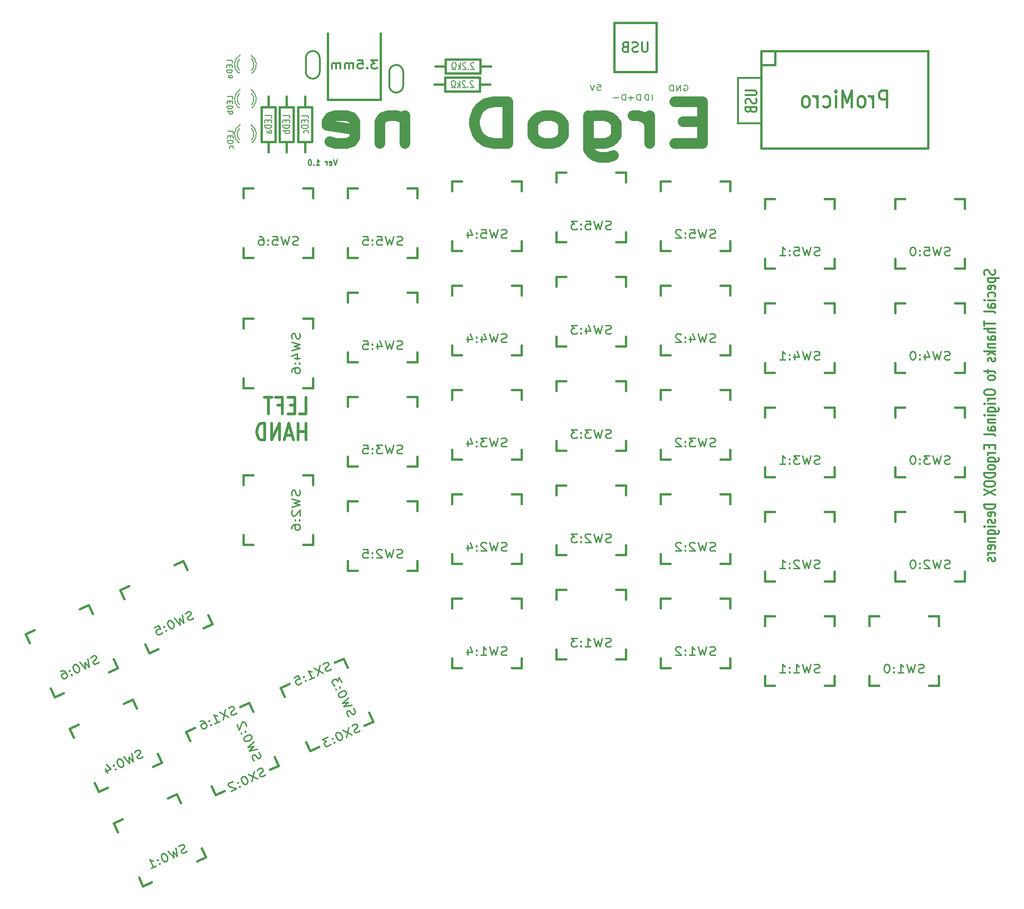
<source format=gbr>
G04 #@! TF.FileFunction,Legend,Bot*
%FSLAX46Y46*%
G04 Gerber Fmt 4.6, Leading zero omitted, Abs format (unit mm)*
G04 Created by KiCad (PCBNEW 4.0.1-stable) date 8/23/2016 10:14:27 PM*
%MOMM*%
G01*
G04 APERTURE LIST*
%ADD10C,0.150000*%
%ADD11C,0.304800*%
%ADD12C,0.254000*%
%ADD13C,0.203200*%
%ADD14C,1.905000*%
%ADD15C,0.508000*%
%ADD16C,0.381000*%
%ADD17C,0.300000*%
%ADD18C,0.457200*%
G04 APERTURE END LIST*
D10*
D11*
X156337000Y-46863000D02*
X160655000Y-46863000D01*
X157764238Y-40875857D02*
X159409190Y-40875857D01*
X159602714Y-40948429D01*
X159699476Y-41021000D01*
X159796238Y-41166143D01*
X159796238Y-41456429D01*
X159699476Y-41601571D01*
X159602714Y-41674143D01*
X159409190Y-41746714D01*
X157764238Y-41746714D01*
X159699476Y-42399857D02*
X159796238Y-42617571D01*
X159796238Y-42980428D01*
X159699476Y-43125571D01*
X159602714Y-43198142D01*
X159409190Y-43270714D01*
X159215667Y-43270714D01*
X159022143Y-43198142D01*
X158925381Y-43125571D01*
X158828619Y-42980428D01*
X158731857Y-42690142D01*
X158635095Y-42545000D01*
X158538333Y-42472428D01*
X158344810Y-42399857D01*
X158151286Y-42399857D01*
X157957762Y-42472428D01*
X157861000Y-42545000D01*
X157764238Y-42690142D01*
X157764238Y-43053000D01*
X157861000Y-43270714D01*
X158731857Y-44431857D02*
X158828619Y-44649571D01*
X158925381Y-44722143D01*
X159118905Y-44794714D01*
X159409190Y-44794714D01*
X159602714Y-44722143D01*
X159699476Y-44649571D01*
X159796238Y-44504429D01*
X159796238Y-43923857D01*
X157764238Y-43923857D01*
X157764238Y-44431857D01*
X157861000Y-44577000D01*
X157957762Y-44649571D01*
X158151286Y-44722143D01*
X158344810Y-44722143D01*
X158538333Y-44649571D01*
X158635095Y-44577000D01*
X158731857Y-44431857D01*
X158731857Y-43923857D01*
X156365000Y-38657000D02*
X156365000Y-46757000D01*
X160665000Y-38557000D02*
X156365000Y-38557000D01*
X203287476Y-73667572D02*
X203384238Y-73885286D01*
X203384238Y-74248143D01*
X203287476Y-74393286D01*
X203190714Y-74465857D01*
X202997190Y-74538429D01*
X202803667Y-74538429D01*
X202610143Y-74465857D01*
X202513381Y-74393286D01*
X202416619Y-74248143D01*
X202319857Y-73957857D01*
X202223095Y-73812715D01*
X202126333Y-73740143D01*
X201932810Y-73667572D01*
X201739286Y-73667572D01*
X201545762Y-73740143D01*
X201449000Y-73812715D01*
X201352238Y-73957857D01*
X201352238Y-74320715D01*
X201449000Y-74538429D01*
X202029571Y-75191572D02*
X204061571Y-75191572D01*
X202126333Y-75191572D02*
X202029571Y-75336715D01*
X202029571Y-75627001D01*
X202126333Y-75772144D01*
X202223095Y-75844715D01*
X202416619Y-75917286D01*
X202997190Y-75917286D01*
X203190714Y-75844715D01*
X203287476Y-75772144D01*
X203384238Y-75627001D01*
X203384238Y-75336715D01*
X203287476Y-75191572D01*
X203287476Y-77151001D02*
X203384238Y-77005858D01*
X203384238Y-76715572D01*
X203287476Y-76570429D01*
X203093952Y-76497858D01*
X202319857Y-76497858D01*
X202126333Y-76570429D01*
X202029571Y-76715572D01*
X202029571Y-77005858D01*
X202126333Y-77151001D01*
X202319857Y-77223572D01*
X202513381Y-77223572D01*
X202706905Y-76497858D01*
X203287476Y-78529858D02*
X203384238Y-78384715D01*
X203384238Y-78094429D01*
X203287476Y-77949287D01*
X203190714Y-77876715D01*
X202997190Y-77804144D01*
X202416619Y-77804144D01*
X202223095Y-77876715D01*
X202126333Y-77949287D01*
X202029571Y-78094429D01*
X202029571Y-78384715D01*
X202126333Y-78529858D01*
X203384238Y-79183001D02*
X202029571Y-79183001D01*
X201352238Y-79183001D02*
X201449000Y-79110430D01*
X201545762Y-79183001D01*
X201449000Y-79255573D01*
X201352238Y-79183001D01*
X201545762Y-79183001D01*
X203384238Y-80561858D02*
X202319857Y-80561858D01*
X202126333Y-80489287D01*
X202029571Y-80344144D01*
X202029571Y-80053858D01*
X202126333Y-79908715D01*
X203287476Y-80561858D02*
X203384238Y-80416715D01*
X203384238Y-80053858D01*
X203287476Y-79908715D01*
X203093952Y-79836144D01*
X202900429Y-79836144D01*
X202706905Y-79908715D01*
X202610143Y-80053858D01*
X202610143Y-80416715D01*
X202513381Y-80561858D01*
X203384238Y-81505286D02*
X203287476Y-81360144D01*
X203093952Y-81287572D01*
X201352238Y-81287572D01*
X201352238Y-83029287D02*
X201352238Y-83900144D01*
X203384238Y-83464715D02*
X201352238Y-83464715D01*
X203384238Y-84408144D02*
X201352238Y-84408144D01*
X203384238Y-85061287D02*
X202319857Y-85061287D01*
X202126333Y-84988716D01*
X202029571Y-84843573D01*
X202029571Y-84625858D01*
X202126333Y-84480716D01*
X202223095Y-84408144D01*
X203384238Y-86440144D02*
X202319857Y-86440144D01*
X202126333Y-86367573D01*
X202029571Y-86222430D01*
X202029571Y-85932144D01*
X202126333Y-85787001D01*
X203287476Y-86440144D02*
X203384238Y-86295001D01*
X203384238Y-85932144D01*
X203287476Y-85787001D01*
X203093952Y-85714430D01*
X202900429Y-85714430D01*
X202706905Y-85787001D01*
X202610143Y-85932144D01*
X202610143Y-86295001D01*
X202513381Y-86440144D01*
X202029571Y-87165858D02*
X203384238Y-87165858D01*
X202223095Y-87165858D02*
X202126333Y-87238430D01*
X202029571Y-87383572D01*
X202029571Y-87601287D01*
X202126333Y-87746430D01*
X202319857Y-87819001D01*
X203384238Y-87819001D01*
X203384238Y-88544715D02*
X201352238Y-88544715D01*
X202610143Y-88689858D02*
X203384238Y-89125287D01*
X202029571Y-89125287D02*
X202803667Y-88544715D01*
X203287476Y-89705858D02*
X203384238Y-89851001D01*
X203384238Y-90141286D01*
X203287476Y-90286429D01*
X203093952Y-90359001D01*
X202997190Y-90359001D01*
X202803667Y-90286429D01*
X202706905Y-90141286D01*
X202706905Y-89923572D01*
X202610143Y-89778429D01*
X202416619Y-89705858D01*
X202319857Y-89705858D01*
X202126333Y-89778429D01*
X202029571Y-89923572D01*
X202029571Y-90141286D01*
X202126333Y-90286429D01*
X202029571Y-91955572D02*
X202029571Y-92536143D01*
X201352238Y-92173286D02*
X203093952Y-92173286D01*
X203287476Y-92245858D01*
X203384238Y-92391000D01*
X203384238Y-92536143D01*
X203384238Y-93261857D02*
X203287476Y-93116715D01*
X203190714Y-93044143D01*
X202997190Y-92971572D01*
X202416619Y-92971572D01*
X202223095Y-93044143D01*
X202126333Y-93116715D01*
X202029571Y-93261857D01*
X202029571Y-93479572D01*
X202126333Y-93624715D01*
X202223095Y-93697286D01*
X202416619Y-93769857D01*
X202997190Y-93769857D01*
X203190714Y-93697286D01*
X203287476Y-93624715D01*
X203384238Y-93479572D01*
X203384238Y-93261857D01*
X201352238Y-95874429D02*
X201352238Y-96164715D01*
X201449000Y-96309857D01*
X201642524Y-96455000D01*
X202029571Y-96527572D01*
X202706905Y-96527572D01*
X203093952Y-96455000D01*
X203287476Y-96309857D01*
X203384238Y-96164715D01*
X203384238Y-95874429D01*
X203287476Y-95729286D01*
X203093952Y-95584143D01*
X202706905Y-95511572D01*
X202029571Y-95511572D01*
X201642524Y-95584143D01*
X201449000Y-95729286D01*
X201352238Y-95874429D01*
X203384238Y-97180714D02*
X202029571Y-97180714D01*
X202416619Y-97180714D02*
X202223095Y-97253286D01*
X202126333Y-97325857D01*
X202029571Y-97471000D01*
X202029571Y-97616143D01*
X203384238Y-98124143D02*
X202029571Y-98124143D01*
X201352238Y-98124143D02*
X201449000Y-98051572D01*
X201545762Y-98124143D01*
X201449000Y-98196715D01*
X201352238Y-98124143D01*
X201545762Y-98124143D01*
X202029571Y-99503000D02*
X203674524Y-99503000D01*
X203868048Y-99430429D01*
X203964810Y-99357857D01*
X204061571Y-99212714D01*
X204061571Y-98995000D01*
X203964810Y-98849857D01*
X203287476Y-99503000D02*
X203384238Y-99357857D01*
X203384238Y-99067571D01*
X203287476Y-98922429D01*
X203190714Y-98849857D01*
X202997190Y-98777286D01*
X202416619Y-98777286D01*
X202223095Y-98849857D01*
X202126333Y-98922429D01*
X202029571Y-99067571D01*
X202029571Y-99357857D01*
X202126333Y-99503000D01*
X203384238Y-100228714D02*
X202029571Y-100228714D01*
X201352238Y-100228714D02*
X201449000Y-100156143D01*
X201545762Y-100228714D01*
X201449000Y-100301286D01*
X201352238Y-100228714D01*
X201545762Y-100228714D01*
X202029571Y-100954428D02*
X203384238Y-100954428D01*
X202223095Y-100954428D02*
X202126333Y-101027000D01*
X202029571Y-101172142D01*
X202029571Y-101389857D01*
X202126333Y-101535000D01*
X202319857Y-101607571D01*
X203384238Y-101607571D01*
X203384238Y-102986428D02*
X202319857Y-102986428D01*
X202126333Y-102913857D01*
X202029571Y-102768714D01*
X202029571Y-102478428D01*
X202126333Y-102333285D01*
X203287476Y-102986428D02*
X203384238Y-102841285D01*
X203384238Y-102478428D01*
X203287476Y-102333285D01*
X203093952Y-102260714D01*
X202900429Y-102260714D01*
X202706905Y-102333285D01*
X202610143Y-102478428D01*
X202610143Y-102841285D01*
X202513381Y-102986428D01*
X203384238Y-103929856D02*
X203287476Y-103784714D01*
X203093952Y-103712142D01*
X201352238Y-103712142D01*
X202319857Y-105671571D02*
X202319857Y-106179571D01*
X203384238Y-106397285D02*
X203384238Y-105671571D01*
X201352238Y-105671571D01*
X201352238Y-106397285D01*
X203384238Y-107050428D02*
X202029571Y-107050428D01*
X202416619Y-107050428D02*
X202223095Y-107123000D01*
X202126333Y-107195571D01*
X202029571Y-107340714D01*
X202029571Y-107485857D01*
X202029571Y-108647000D02*
X203674524Y-108647000D01*
X203868048Y-108574429D01*
X203964810Y-108501857D01*
X204061571Y-108356714D01*
X204061571Y-108139000D01*
X203964810Y-107993857D01*
X203287476Y-108647000D02*
X203384238Y-108501857D01*
X203384238Y-108211571D01*
X203287476Y-108066429D01*
X203190714Y-107993857D01*
X202997190Y-107921286D01*
X202416619Y-107921286D01*
X202223095Y-107993857D01*
X202126333Y-108066429D01*
X202029571Y-108211571D01*
X202029571Y-108501857D01*
X202126333Y-108647000D01*
X203384238Y-109590428D02*
X203287476Y-109445286D01*
X203190714Y-109372714D01*
X202997190Y-109300143D01*
X202416619Y-109300143D01*
X202223095Y-109372714D01*
X202126333Y-109445286D01*
X202029571Y-109590428D01*
X202029571Y-109808143D01*
X202126333Y-109953286D01*
X202223095Y-110025857D01*
X202416619Y-110098428D01*
X202997190Y-110098428D01*
X203190714Y-110025857D01*
X203287476Y-109953286D01*
X203384238Y-109808143D01*
X203384238Y-109590428D01*
X203384238Y-110751571D02*
X201352238Y-110751571D01*
X201352238Y-111114428D01*
X201449000Y-111332143D01*
X201642524Y-111477285D01*
X201836048Y-111549857D01*
X202223095Y-111622428D01*
X202513381Y-111622428D01*
X202900429Y-111549857D01*
X203093952Y-111477285D01*
X203287476Y-111332143D01*
X203384238Y-111114428D01*
X203384238Y-110751571D01*
X201352238Y-112565857D02*
X201352238Y-112856143D01*
X201449000Y-113001285D01*
X201642524Y-113146428D01*
X202029571Y-113219000D01*
X202706905Y-113219000D01*
X203093952Y-113146428D01*
X203287476Y-113001285D01*
X203384238Y-112856143D01*
X203384238Y-112565857D01*
X203287476Y-112420714D01*
X203093952Y-112275571D01*
X202706905Y-112203000D01*
X202029571Y-112203000D01*
X201642524Y-112275571D01*
X201449000Y-112420714D01*
X201352238Y-112565857D01*
X201352238Y-113726999D02*
X203384238Y-114742999D01*
X201352238Y-114742999D02*
X203384238Y-113726999D01*
X203384238Y-116484714D02*
X201352238Y-116484714D01*
X201352238Y-116847571D01*
X201449000Y-117065286D01*
X201642524Y-117210428D01*
X201836048Y-117283000D01*
X202223095Y-117355571D01*
X202513381Y-117355571D01*
X202900429Y-117283000D01*
X203093952Y-117210428D01*
X203287476Y-117065286D01*
X203384238Y-116847571D01*
X203384238Y-116484714D01*
X203287476Y-118589286D02*
X203384238Y-118444143D01*
X203384238Y-118153857D01*
X203287476Y-118008714D01*
X203093952Y-117936143D01*
X202319857Y-117936143D01*
X202126333Y-118008714D01*
X202029571Y-118153857D01*
X202029571Y-118444143D01*
X202126333Y-118589286D01*
X202319857Y-118661857D01*
X202513381Y-118661857D01*
X202706905Y-117936143D01*
X203287476Y-119242429D02*
X203384238Y-119387572D01*
X203384238Y-119677857D01*
X203287476Y-119823000D01*
X203093952Y-119895572D01*
X202997190Y-119895572D01*
X202803667Y-119823000D01*
X202706905Y-119677857D01*
X202706905Y-119460143D01*
X202610143Y-119315000D01*
X202416619Y-119242429D01*
X202319857Y-119242429D01*
X202126333Y-119315000D01*
X202029571Y-119460143D01*
X202029571Y-119677857D01*
X202126333Y-119823000D01*
X203384238Y-120548714D02*
X202029571Y-120548714D01*
X201352238Y-120548714D02*
X201449000Y-120476143D01*
X201545762Y-120548714D01*
X201449000Y-120621286D01*
X201352238Y-120548714D01*
X201545762Y-120548714D01*
X202029571Y-121927571D02*
X203674524Y-121927571D01*
X203868048Y-121855000D01*
X203964810Y-121782428D01*
X204061571Y-121637285D01*
X204061571Y-121419571D01*
X203964810Y-121274428D01*
X203287476Y-121927571D02*
X203384238Y-121782428D01*
X203384238Y-121492142D01*
X203287476Y-121347000D01*
X203190714Y-121274428D01*
X202997190Y-121201857D01*
X202416619Y-121201857D01*
X202223095Y-121274428D01*
X202126333Y-121347000D01*
X202029571Y-121492142D01*
X202029571Y-121782428D01*
X202126333Y-121927571D01*
X202029571Y-122653285D02*
X203384238Y-122653285D01*
X202223095Y-122653285D02*
X202126333Y-122725857D01*
X202029571Y-122870999D01*
X202029571Y-123088714D01*
X202126333Y-123233857D01*
X202319857Y-123306428D01*
X203384238Y-123306428D01*
X203287476Y-124612714D02*
X203384238Y-124467571D01*
X203384238Y-124177285D01*
X203287476Y-124032142D01*
X203093952Y-123959571D01*
X202319857Y-123959571D01*
X202126333Y-124032142D01*
X202029571Y-124177285D01*
X202029571Y-124467571D01*
X202126333Y-124612714D01*
X202319857Y-124685285D01*
X202513381Y-124685285D01*
X202706905Y-123959571D01*
X203384238Y-125338428D02*
X202029571Y-125338428D01*
X202416619Y-125338428D02*
X202223095Y-125411000D01*
X202126333Y-125483571D01*
X202029571Y-125628714D01*
X202029571Y-125773857D01*
X203287476Y-126209286D02*
X203384238Y-126354429D01*
X203384238Y-126644714D01*
X203287476Y-126789857D01*
X203093952Y-126862429D01*
X202997190Y-126862429D01*
X202803667Y-126789857D01*
X202706905Y-126644714D01*
X202706905Y-126427000D01*
X202610143Y-126281857D01*
X202416619Y-126209286D01*
X202319857Y-126209286D01*
X202126333Y-126281857D01*
X202029571Y-126427000D01*
X202029571Y-126644714D01*
X202126333Y-126789857D01*
D12*
X83150142Y-53508619D02*
X82811475Y-54524619D01*
X82472809Y-53508619D01*
X81747095Y-54476238D02*
X81843857Y-54524619D01*
X82037380Y-54524619D01*
X82134142Y-54476238D01*
X82182523Y-54379476D01*
X82182523Y-53992429D01*
X82134142Y-53895667D01*
X82037380Y-53847286D01*
X81843857Y-53847286D01*
X81747095Y-53895667D01*
X81698714Y-53992429D01*
X81698714Y-54089190D01*
X82182523Y-54185952D01*
X81263285Y-54524619D02*
X81263285Y-53847286D01*
X81263285Y-54040810D02*
X81214904Y-53944048D01*
X81166523Y-53895667D01*
X81069761Y-53847286D01*
X80973000Y-53847286D01*
X79328048Y-54524619D02*
X79908619Y-54524619D01*
X79618333Y-54524619D02*
X79618333Y-53508619D01*
X79715095Y-53653762D01*
X79811857Y-53750524D01*
X79908619Y-53798905D01*
X78892619Y-54427857D02*
X78844238Y-54476238D01*
X78892619Y-54524619D01*
X78941000Y-54476238D01*
X78892619Y-54427857D01*
X78892619Y-54524619D01*
X78215285Y-53508619D02*
X78118524Y-53508619D01*
X78021762Y-53557000D01*
X77973381Y-53605381D01*
X77925000Y-53702143D01*
X77876619Y-53895667D01*
X77876619Y-54137571D01*
X77925000Y-54331095D01*
X77973381Y-54427857D01*
X78021762Y-54476238D01*
X78118524Y-54524619D01*
X78215285Y-54524619D01*
X78312047Y-54476238D01*
X78360428Y-54427857D01*
X78408809Y-54331095D01*
X78457190Y-54137571D01*
X78457190Y-53895667D01*
X78408809Y-53702143D01*
X78360428Y-53605381D01*
X78312047Y-53557000D01*
X78215285Y-53508619D01*
D13*
X140700000Y-42624619D02*
X140700000Y-41608619D01*
X140095238Y-42624619D02*
X140095238Y-41608619D01*
X139792857Y-41608619D01*
X139611429Y-41657000D01*
X139490476Y-41753762D01*
X139430000Y-41850524D01*
X139369524Y-42044048D01*
X139369524Y-42189190D01*
X139430000Y-42382714D01*
X139490476Y-42479476D01*
X139611429Y-42576238D01*
X139792857Y-42624619D01*
X140095238Y-42624619D01*
X138583809Y-42624619D02*
X138583809Y-41608619D01*
X138281428Y-41608619D01*
X138100000Y-41657000D01*
X137979047Y-41753762D01*
X137918571Y-41850524D01*
X137858095Y-42044048D01*
X137858095Y-42189190D01*
X137918571Y-42382714D01*
X137979047Y-42479476D01*
X138100000Y-42576238D01*
X138281428Y-42624619D01*
X138583809Y-42624619D01*
X137313809Y-42237571D02*
X136346190Y-42237571D01*
X136830000Y-42624619D02*
X136830000Y-41850524D01*
X146532619Y-39957000D02*
X146653571Y-39908619D01*
X146835000Y-39908619D01*
X147016428Y-39957000D01*
X147137381Y-40053762D01*
X147197857Y-40150524D01*
X147258333Y-40344048D01*
X147258333Y-40489190D01*
X147197857Y-40682714D01*
X147137381Y-40779476D01*
X147016428Y-40876238D01*
X146835000Y-40924619D01*
X146714048Y-40924619D01*
X146532619Y-40876238D01*
X146472143Y-40827857D01*
X146472143Y-40489190D01*
X146714048Y-40489190D01*
X145927857Y-40924619D02*
X145927857Y-39908619D01*
X145202143Y-40924619D01*
X145202143Y-39908619D01*
X144597381Y-40924619D02*
X144597381Y-39908619D01*
X144295000Y-39908619D01*
X144113572Y-39957000D01*
X143992619Y-40053762D01*
X143932143Y-40150524D01*
X143871667Y-40344048D01*
X143871667Y-40489190D01*
X143932143Y-40682714D01*
X143992619Y-40779476D01*
X144113572Y-40876238D01*
X144295000Y-40924619D01*
X144597381Y-40924619D01*
X130706904Y-39808619D02*
X131311666Y-39808619D01*
X131372142Y-40292429D01*
X131311666Y-40244048D01*
X131190714Y-40195667D01*
X130888333Y-40195667D01*
X130767380Y-40244048D01*
X130706904Y-40292429D01*
X130646428Y-40389190D01*
X130646428Y-40631095D01*
X130706904Y-40727857D01*
X130767380Y-40776238D01*
X130888333Y-40824619D01*
X131190714Y-40824619D01*
X131311666Y-40776238D01*
X131372142Y-40727857D01*
X130283571Y-39808619D02*
X129860237Y-40824619D01*
X129436904Y-39808619D01*
X135883809Y-42624619D02*
X135883809Y-41608619D01*
X135581428Y-41608619D01*
X135400000Y-41657000D01*
X135279047Y-41753762D01*
X135218571Y-41850524D01*
X135158095Y-42044048D01*
X135158095Y-42189190D01*
X135218571Y-42382714D01*
X135279047Y-42479476D01*
X135400000Y-42576238D01*
X135581428Y-42624619D01*
X135883809Y-42624619D01*
X134613809Y-42237571D02*
X133646190Y-42237571D01*
D14*
X149901000Y-46520714D02*
X146345000Y-46520714D01*
X144821000Y-50512143D02*
X149901000Y-50512143D01*
X149901000Y-42892143D01*
X144821000Y-42892143D01*
X140249000Y-50512143D02*
X140249000Y-45432143D01*
X140249000Y-46883571D02*
X139741000Y-46157857D01*
X139233000Y-45795000D01*
X138217000Y-45432143D01*
X137201000Y-45432143D01*
X129073000Y-45432143D02*
X129073000Y-51600714D01*
X129581000Y-52326429D01*
X130089000Y-52689286D01*
X131105000Y-53052143D01*
X132629000Y-53052143D01*
X133645000Y-52689286D01*
X129073000Y-50149286D02*
X130089000Y-50512143D01*
X132121000Y-50512143D01*
X133137000Y-50149286D01*
X133645000Y-49786429D01*
X134153000Y-49060714D01*
X134153000Y-46883571D01*
X133645000Y-46157857D01*
X133137000Y-45795000D01*
X132121000Y-45432143D01*
X130089000Y-45432143D01*
X129073000Y-45795000D01*
X122469000Y-50512143D02*
X123485000Y-50149286D01*
X123993000Y-49786429D01*
X124501000Y-49060714D01*
X124501000Y-46883571D01*
X123993000Y-46157857D01*
X123485000Y-45795000D01*
X122469000Y-45432143D01*
X120945000Y-45432143D01*
X119929000Y-45795000D01*
X119421000Y-46157857D01*
X118913000Y-46883571D01*
X118913000Y-49060714D01*
X119421000Y-49786429D01*
X119929000Y-50149286D01*
X120945000Y-50512143D01*
X122469000Y-50512143D01*
X114341000Y-50512143D02*
X114341000Y-42892143D01*
X111801000Y-42892143D01*
X110277000Y-43255000D01*
X109261000Y-43980714D01*
X108753000Y-44706429D01*
X108245000Y-46157857D01*
X108245000Y-47246429D01*
X108753000Y-48697857D01*
X109261000Y-49423571D01*
X110277000Y-50149286D01*
X111801000Y-50512143D01*
X114341000Y-50512143D01*
X95545000Y-45432143D02*
X95545000Y-50512143D01*
X95545000Y-46157857D02*
X95037000Y-45795000D01*
X94021000Y-45432143D01*
X92497000Y-45432143D01*
X91481000Y-45795000D01*
X90973000Y-46520714D01*
X90973000Y-50512143D01*
X81829000Y-50149286D02*
X82845000Y-50512143D01*
X84877000Y-50512143D01*
X85893000Y-50149286D01*
X86401000Y-49423571D01*
X86401000Y-46520714D01*
X85893000Y-45795000D01*
X84877000Y-45432143D01*
X82845000Y-45432143D01*
X81829000Y-45795000D01*
X81321000Y-46520714D01*
X81321000Y-47246429D01*
X86401000Y-47972143D01*
D15*
X76290714Y-99956257D02*
X77500238Y-99956257D01*
X77500238Y-96908257D01*
X75444048Y-98359686D02*
X74597381Y-98359686D01*
X74234524Y-99956257D02*
X75444048Y-99956257D01*
X75444048Y-96908257D01*
X74234524Y-96908257D01*
X72299286Y-98359686D02*
X73145953Y-98359686D01*
X73145953Y-99956257D02*
X73145953Y-96908257D01*
X71936429Y-96908257D01*
X71331667Y-96908257D02*
X69880239Y-96908257D01*
X70605953Y-99956257D02*
X70605953Y-96908257D01*
X77500238Y-104731457D02*
X77500238Y-101683457D01*
X77500238Y-103134886D02*
X76048810Y-103134886D01*
X76048810Y-104731457D02*
X76048810Y-101683457D01*
X74960238Y-103860600D02*
X73750715Y-103860600D01*
X75202143Y-104731457D02*
X74355477Y-101683457D01*
X73508810Y-104731457D01*
X72662143Y-104731457D02*
X72662143Y-101683457D01*
X71210715Y-104731457D01*
X71210715Y-101683457D01*
X70001191Y-104731457D02*
X70001191Y-101683457D01*
X69396429Y-101683457D01*
X69033572Y-101828600D01*
X68791667Y-102118886D01*
X68670715Y-102409171D01*
X68549763Y-102989743D01*
X68549763Y-103425171D01*
X68670715Y-104005743D01*
X68791667Y-104296029D01*
X69033572Y-104586314D01*
X69396429Y-104731457D01*
X70001191Y-104731457D01*
D16*
X69395000Y-43890000D02*
X69395000Y-50240000D01*
X69395000Y-50240000D02*
X71935000Y-50240000D01*
X71935000Y-50240000D02*
X71935000Y-43890000D01*
X71935000Y-43890000D02*
X69395000Y-43890000D01*
X70665000Y-52145000D02*
X70665000Y-50240000D01*
X70665000Y-41985000D02*
X70665000Y-43890000D01*
X72695000Y-43890000D02*
X72695000Y-50240000D01*
X72695000Y-50240000D02*
X75235000Y-50240000D01*
X75235000Y-50240000D02*
X75235000Y-43890000D01*
X75235000Y-43890000D02*
X72695000Y-43890000D01*
X73965000Y-52145000D02*
X73965000Y-50240000D01*
X73965000Y-41985000D02*
X73965000Y-43890000D01*
X76095000Y-43890000D02*
X76095000Y-50240000D01*
X76095000Y-50240000D02*
X78635000Y-50240000D01*
X78635000Y-50240000D02*
X78635000Y-43890000D01*
X78635000Y-43890000D02*
X76095000Y-43890000D01*
X77365000Y-52145000D02*
X77365000Y-50240000D01*
X77365000Y-41985000D02*
X77365000Y-43890000D01*
X102990000Y-37735000D02*
X109340000Y-37735000D01*
X109340000Y-37735000D02*
X109340000Y-35195000D01*
X109340000Y-35195000D02*
X102990000Y-35195000D01*
X102990000Y-35195000D02*
X102990000Y-37735000D01*
X111245000Y-36465000D02*
X109340000Y-36465000D01*
X101085000Y-36465000D02*
X102990000Y-36465000D01*
X102890000Y-41035000D02*
X109240000Y-41035000D01*
X109240000Y-41035000D02*
X109240000Y-38495000D01*
X109240000Y-38495000D02*
X102890000Y-38495000D01*
X102890000Y-38495000D02*
X102890000Y-41035000D01*
X111145000Y-39765000D02*
X109240000Y-39765000D01*
X100985000Y-39765000D02*
X102890000Y-39765000D01*
X160655000Y-51435000D02*
X160655000Y-33655000D01*
X160655000Y-33655000D02*
X191135000Y-33655000D01*
X191135000Y-33655000D02*
X191135000Y-51435000D01*
X191135000Y-51435000D02*
X160655000Y-51435000D01*
X160655000Y-36195000D02*
X163195000Y-36195000D01*
X163195000Y-36195000D02*
X163195000Y-33655000D01*
X91109800Y-30480000D02*
X91109800Y-42545000D01*
X91109800Y-42545000D02*
X81508600Y-42545000D01*
X81508600Y-42545000D02*
X81508600Y-30480000D01*
X66040000Y-58750200D02*
X67818000Y-58750200D01*
X76962000Y-58750200D02*
X78740000Y-58750200D01*
X78740000Y-58750200D02*
X78740000Y-60528200D01*
X78740000Y-69672200D02*
X78740000Y-71450200D01*
X78740000Y-71450200D02*
X76962000Y-71450200D01*
X67818000Y-71450200D02*
X66040000Y-71450200D01*
X66040000Y-71450200D02*
X66040000Y-69672200D01*
X66040000Y-60528200D02*
X66040000Y-58750200D01*
X66040000Y-95260160D02*
X66040000Y-93482160D01*
X66040000Y-84338160D02*
X66040000Y-82560160D01*
X66040000Y-82560160D02*
X67818000Y-82560160D01*
X76962000Y-82560160D02*
X78740000Y-82560160D01*
X78740000Y-82560160D02*
X78740000Y-84338160D01*
X78740000Y-93482160D02*
X78740000Y-95260160D01*
X78740000Y-95260160D02*
X76962000Y-95260160D01*
X67818000Y-95260160D02*
X66040000Y-95260160D01*
X66040000Y-123835160D02*
X66040000Y-122057160D01*
X66040000Y-112913160D02*
X66040000Y-111135160D01*
X66040000Y-111135160D02*
X67818000Y-111135160D01*
X76962000Y-111135160D02*
X78740000Y-111135160D01*
X78740000Y-111135160D02*
X78740000Y-112913160D01*
X78740000Y-122057160D02*
X78740000Y-123835160D01*
X78740000Y-123835160D02*
X76962000Y-123835160D01*
X67818000Y-123835160D02*
X66040000Y-123835160D01*
X180340000Y-136852660D02*
X182118000Y-136852660D01*
X191262000Y-136852660D02*
X193040000Y-136852660D01*
X193040000Y-136852660D02*
X193040000Y-138630660D01*
X193040000Y-147774660D02*
X193040000Y-149552660D01*
X193040000Y-149552660D02*
X191262000Y-149552660D01*
X182118000Y-149552660D02*
X180340000Y-149552660D01*
X180340000Y-149552660D02*
X180340000Y-147774660D01*
X180340000Y-138630660D02*
X180340000Y-136852660D01*
X85090000Y-77797660D02*
X86868000Y-77797660D01*
X96012000Y-77797660D02*
X97790000Y-77797660D01*
X97790000Y-77797660D02*
X97790000Y-79575660D01*
X97790000Y-88719660D02*
X97790000Y-90497660D01*
X97790000Y-90497660D02*
X96012000Y-90497660D01*
X86868000Y-90497660D02*
X85090000Y-90497660D01*
X85090000Y-90497660D02*
X85090000Y-88719660D01*
X85090000Y-79575660D02*
X85090000Y-77797660D01*
X34309520Y-157461652D02*
X35920935Y-156710236D01*
X44208213Y-152845815D02*
X45819628Y-152094400D01*
X45819628Y-152094400D02*
X46571044Y-153705815D01*
X50435465Y-161993093D02*
X51186880Y-163604508D01*
X51186880Y-163604508D02*
X49575465Y-164355924D01*
X41288187Y-168220345D02*
X39676772Y-168971760D01*
X39676772Y-168971760D02*
X38925356Y-167360345D01*
X35060935Y-159073067D02*
X34309520Y-157461652D01*
X42361320Y-174728572D02*
X43972735Y-173977156D01*
X52260013Y-170112735D02*
X53871428Y-169361320D01*
X53871428Y-169361320D02*
X54622844Y-170972735D01*
X58487265Y-179260013D02*
X59238680Y-180871428D01*
X59238680Y-180871428D02*
X57627265Y-181622844D01*
X49339987Y-185487265D02*
X47728572Y-186238680D01*
X47728572Y-186238680D02*
X46977156Y-184627265D01*
X43112735Y-176339987D02*
X42361320Y-174728572D01*
X26260260Y-140197272D02*
X27871675Y-139445856D01*
X36158953Y-135581435D02*
X37770368Y-134830020D01*
X37770368Y-134830020D02*
X38521784Y-136441435D01*
X42386205Y-144728713D02*
X43137620Y-146340128D01*
X43137620Y-146340128D02*
X41526205Y-147091544D01*
X33238927Y-150955965D02*
X31627512Y-151707380D01*
X31627512Y-151707380D02*
X30876096Y-150095965D01*
X27011675Y-141808687D02*
X26260260Y-140197272D01*
X43524640Y-132148012D02*
X45136055Y-131396596D01*
X53423333Y-127532175D02*
X55034748Y-126780760D01*
X55034748Y-126780760D02*
X55786164Y-128392175D01*
X59650585Y-136679453D02*
X60402000Y-138290868D01*
X60402000Y-138290868D02*
X58790585Y-139042284D01*
X50503307Y-142906705D02*
X48891892Y-143658120D01*
X48891892Y-143658120D02*
X48140476Y-142046705D01*
X44276055Y-133759427D02*
X43524640Y-132148012D01*
X161290000Y-60655200D02*
X163068000Y-60655200D01*
X172212000Y-60655200D02*
X173990000Y-60655200D01*
X173990000Y-60655200D02*
X173990000Y-62433200D01*
X173990000Y-71577200D02*
X173990000Y-73355200D01*
X173990000Y-73355200D02*
X172212000Y-73355200D01*
X163068000Y-73355200D02*
X161290000Y-73355200D01*
X161290000Y-73355200D02*
X161290000Y-71577200D01*
X161290000Y-62433200D02*
X161290000Y-60655200D01*
X142240000Y-57477660D02*
X144018000Y-57477660D01*
X153162000Y-57477660D02*
X154940000Y-57477660D01*
X154940000Y-57477660D02*
X154940000Y-59255660D01*
X154940000Y-68399660D02*
X154940000Y-70177660D01*
X154940000Y-70177660D02*
X153162000Y-70177660D01*
X144018000Y-70177660D02*
X142240000Y-70177660D01*
X142240000Y-70177660D02*
X142240000Y-68399660D01*
X142240000Y-59255660D02*
X142240000Y-57477660D01*
X123190000Y-55880000D02*
X124968000Y-55880000D01*
X134112000Y-55880000D02*
X135890000Y-55880000D01*
X135890000Y-55880000D02*
X135890000Y-57658000D01*
X135890000Y-66802000D02*
X135890000Y-68580000D01*
X135890000Y-68580000D02*
X134112000Y-68580000D01*
X124968000Y-68580000D02*
X123190000Y-68580000D01*
X123190000Y-68580000D02*
X123190000Y-66802000D01*
X123190000Y-57658000D02*
X123190000Y-55880000D01*
X104140000Y-57477660D02*
X105918000Y-57477660D01*
X115062000Y-57477660D02*
X116840000Y-57477660D01*
X116840000Y-57477660D02*
X116840000Y-59255660D01*
X116840000Y-68399660D02*
X116840000Y-70177660D01*
X116840000Y-70177660D02*
X115062000Y-70177660D01*
X105918000Y-70177660D02*
X104140000Y-70177660D01*
X104140000Y-70177660D02*
X104140000Y-68399660D01*
X104140000Y-59255660D02*
X104140000Y-57477660D01*
X142240000Y-133677660D02*
X144018000Y-133677660D01*
X153162000Y-133677660D02*
X154940000Y-133677660D01*
X154940000Y-133677660D02*
X154940000Y-135455660D01*
X154940000Y-144599660D02*
X154940000Y-146377660D01*
X154940000Y-146377660D02*
X153162000Y-146377660D01*
X144018000Y-146377660D02*
X142240000Y-146377660D01*
X142240000Y-146377660D02*
X142240000Y-144599660D01*
X142240000Y-135455660D02*
X142240000Y-133677660D01*
X161290000Y-79702660D02*
X163068000Y-79702660D01*
X172212000Y-79702660D02*
X173990000Y-79702660D01*
X173990000Y-79702660D02*
X173990000Y-81480660D01*
X173990000Y-90624660D02*
X173990000Y-92402660D01*
X173990000Y-92402660D02*
X172212000Y-92402660D01*
X163068000Y-92402660D02*
X161290000Y-92402660D01*
X161290000Y-92402660D02*
X161290000Y-90624660D01*
X161290000Y-81480660D02*
X161290000Y-79702660D01*
X123190000Y-74930000D02*
X124968000Y-74930000D01*
X134112000Y-74930000D02*
X135890000Y-74930000D01*
X135890000Y-74930000D02*
X135890000Y-76708000D01*
X135890000Y-85852000D02*
X135890000Y-87630000D01*
X135890000Y-87630000D02*
X134112000Y-87630000D01*
X124968000Y-87630000D02*
X123190000Y-87630000D01*
X123190000Y-87630000D02*
X123190000Y-85852000D01*
X123190000Y-76708000D02*
X123190000Y-74930000D01*
X104140000Y-76527660D02*
X105918000Y-76527660D01*
X115062000Y-76527660D02*
X116840000Y-76527660D01*
X116840000Y-76527660D02*
X116840000Y-78305660D01*
X116840000Y-87449660D02*
X116840000Y-89227660D01*
X116840000Y-89227660D02*
X115062000Y-89227660D01*
X105918000Y-89227660D02*
X104140000Y-89227660D01*
X104140000Y-89227660D02*
X104140000Y-87449660D01*
X104140000Y-78305660D02*
X104140000Y-76527660D01*
X161290000Y-98752660D02*
X163068000Y-98752660D01*
X172212000Y-98752660D02*
X173990000Y-98752660D01*
X173990000Y-98752660D02*
X173990000Y-100530660D01*
X173990000Y-109674660D02*
X173990000Y-111452660D01*
X173990000Y-111452660D02*
X172212000Y-111452660D01*
X163068000Y-111452660D02*
X161290000Y-111452660D01*
X161290000Y-111452660D02*
X161290000Y-109674660D01*
X161290000Y-100530660D02*
X161290000Y-98752660D01*
X142240000Y-95577660D02*
X144018000Y-95577660D01*
X153162000Y-95577660D02*
X154940000Y-95577660D01*
X154940000Y-95577660D02*
X154940000Y-97355660D01*
X154940000Y-106499660D02*
X154940000Y-108277660D01*
X154940000Y-108277660D02*
X153162000Y-108277660D01*
X144018000Y-108277660D02*
X142240000Y-108277660D01*
X142240000Y-108277660D02*
X142240000Y-106499660D01*
X142240000Y-97355660D02*
X142240000Y-95577660D01*
X123190000Y-93980000D02*
X124968000Y-93980000D01*
X134112000Y-93980000D02*
X135890000Y-93980000D01*
X135890000Y-93980000D02*
X135890000Y-95758000D01*
X135890000Y-104902000D02*
X135890000Y-106680000D01*
X135890000Y-106680000D02*
X134112000Y-106680000D01*
X124968000Y-106680000D02*
X123190000Y-106680000D01*
X123190000Y-106680000D02*
X123190000Y-104902000D01*
X123190000Y-95758000D02*
X123190000Y-93980000D01*
X104140000Y-95577660D02*
X105918000Y-95577660D01*
X115062000Y-95577660D02*
X116840000Y-95577660D01*
X116840000Y-95577660D02*
X116840000Y-97355660D01*
X116840000Y-106499660D02*
X116840000Y-108277660D01*
X116840000Y-108277660D02*
X115062000Y-108277660D01*
X105918000Y-108277660D02*
X104140000Y-108277660D01*
X104140000Y-108277660D02*
X104140000Y-106499660D01*
X104140000Y-97355660D02*
X104140000Y-95577660D01*
X85090000Y-96847660D02*
X86868000Y-96847660D01*
X96012000Y-96847660D02*
X97790000Y-96847660D01*
X97790000Y-96847660D02*
X97790000Y-98625660D01*
X97790000Y-107769660D02*
X97790000Y-109547660D01*
X97790000Y-109547660D02*
X96012000Y-109547660D01*
X86868000Y-109547660D02*
X85090000Y-109547660D01*
X85090000Y-109547660D02*
X85090000Y-107769660D01*
X85090000Y-98625660D02*
X85090000Y-96847660D01*
X161290000Y-117802660D02*
X163068000Y-117802660D01*
X172212000Y-117802660D02*
X173990000Y-117802660D01*
X173990000Y-117802660D02*
X173990000Y-119580660D01*
X173990000Y-128724660D02*
X173990000Y-130502660D01*
X173990000Y-130502660D02*
X172212000Y-130502660D01*
X163068000Y-130502660D02*
X161290000Y-130502660D01*
X161290000Y-130502660D02*
X161290000Y-128724660D01*
X161290000Y-119580660D02*
X161290000Y-117802660D01*
X142240000Y-114627660D02*
X144018000Y-114627660D01*
X153162000Y-114627660D02*
X154940000Y-114627660D01*
X154940000Y-114627660D02*
X154940000Y-116405660D01*
X154940000Y-125549660D02*
X154940000Y-127327660D01*
X154940000Y-127327660D02*
X153162000Y-127327660D01*
X144018000Y-127327660D02*
X142240000Y-127327660D01*
X142240000Y-127327660D02*
X142240000Y-125549660D01*
X142240000Y-116405660D02*
X142240000Y-114627660D01*
X123190000Y-113030000D02*
X124968000Y-113030000D01*
X134112000Y-113030000D02*
X135890000Y-113030000D01*
X135890000Y-113030000D02*
X135890000Y-114808000D01*
X135890000Y-123952000D02*
X135890000Y-125730000D01*
X135890000Y-125730000D02*
X134112000Y-125730000D01*
X124968000Y-125730000D02*
X123190000Y-125730000D01*
X123190000Y-125730000D02*
X123190000Y-123952000D01*
X123190000Y-114808000D02*
X123190000Y-113030000D01*
X104140000Y-114627660D02*
X105918000Y-114627660D01*
X115062000Y-114627660D02*
X116840000Y-114627660D01*
X116840000Y-114627660D02*
X116840000Y-116405660D01*
X116840000Y-125549660D02*
X116840000Y-127327660D01*
X116840000Y-127327660D02*
X115062000Y-127327660D01*
X105918000Y-127327660D02*
X104140000Y-127327660D01*
X104140000Y-127327660D02*
X104140000Y-125549660D01*
X104140000Y-116405660D02*
X104140000Y-114627660D01*
X85090000Y-115897660D02*
X86868000Y-115897660D01*
X96012000Y-115897660D02*
X97790000Y-115897660D01*
X97790000Y-115897660D02*
X97790000Y-117675660D01*
X97790000Y-126819660D02*
X97790000Y-128597660D01*
X97790000Y-128597660D02*
X96012000Y-128597660D01*
X86868000Y-128597660D02*
X85090000Y-128597660D01*
X85090000Y-128597660D02*
X85090000Y-126819660D01*
X85090000Y-117675660D02*
X85090000Y-115897660D01*
X161290000Y-136852660D02*
X163068000Y-136852660D01*
X172212000Y-136852660D02*
X173990000Y-136852660D01*
X173990000Y-136852660D02*
X173990000Y-138630660D01*
X173990000Y-147774660D02*
X173990000Y-149552660D01*
X173990000Y-149552660D02*
X172212000Y-149552660D01*
X163068000Y-149552660D02*
X161290000Y-149552660D01*
X161290000Y-149552660D02*
X161290000Y-147774660D01*
X161290000Y-138630660D02*
X161290000Y-136852660D01*
X123190000Y-132080000D02*
X124968000Y-132080000D01*
X134112000Y-132080000D02*
X135890000Y-132080000D01*
X135890000Y-132080000D02*
X135890000Y-133858000D01*
X135890000Y-143002000D02*
X135890000Y-144780000D01*
X135890000Y-144780000D02*
X134112000Y-144780000D01*
X124968000Y-144780000D02*
X123190000Y-144780000D01*
X123190000Y-144780000D02*
X123190000Y-143002000D01*
X123190000Y-133858000D02*
X123190000Y-132080000D01*
X104140000Y-133677660D02*
X105918000Y-133677660D01*
X115062000Y-133677660D02*
X116840000Y-133677660D01*
X116840000Y-133677660D02*
X116840000Y-135455660D01*
X116840000Y-144599660D02*
X116840000Y-146377660D01*
X116840000Y-146377660D02*
X115062000Y-146377660D01*
X105918000Y-146377660D02*
X104140000Y-146377660D01*
X104140000Y-146377660D02*
X104140000Y-144599660D01*
X104140000Y-135455660D02*
X104140000Y-133677660D01*
X78231432Y-161504160D02*
X77480016Y-159892745D01*
X73615595Y-151605467D02*
X72864180Y-149994052D01*
X72864180Y-149994052D02*
X74475595Y-149242636D01*
X82762873Y-145378215D02*
X84374288Y-144626800D01*
X84374288Y-144626800D02*
X85125704Y-146238215D01*
X88990125Y-154525493D02*
X89741540Y-156136908D01*
X89741540Y-156136908D02*
X88130125Y-156888324D01*
X79842847Y-160752745D02*
X78231432Y-161504160D01*
X60967052Y-169555960D02*
X60215636Y-167944545D01*
X56351215Y-159657267D02*
X55599800Y-158045852D01*
X55599800Y-158045852D02*
X57211215Y-157294436D01*
X65498493Y-153430015D02*
X67109908Y-152678600D01*
X67109908Y-152678600D02*
X67861324Y-154290015D01*
X71725745Y-162577293D02*
X72477160Y-164188708D01*
X72477160Y-164188708D02*
X70865745Y-164940124D01*
X62578467Y-168804545D02*
X60967052Y-169555960D01*
X142240000Y-76527660D02*
X144018000Y-76527660D01*
X153162000Y-76527660D02*
X154940000Y-76527660D01*
X154940000Y-76527660D02*
X154940000Y-78305660D01*
X154940000Y-87449660D02*
X154940000Y-89227660D01*
X154940000Y-89227660D02*
X153162000Y-89227660D01*
X144018000Y-89227660D02*
X142240000Y-89227660D01*
X142240000Y-89227660D02*
X142240000Y-87449660D01*
X142240000Y-78305660D02*
X142240000Y-76527660D01*
X85090000Y-58750200D02*
X86868000Y-58750200D01*
X96012000Y-58750200D02*
X97790000Y-58750200D01*
X97790000Y-58750200D02*
X97790000Y-60528200D01*
X97790000Y-69672200D02*
X97790000Y-71450200D01*
X97790000Y-71450200D02*
X96012000Y-71450200D01*
X86868000Y-71450200D02*
X85090000Y-71450200D01*
X85090000Y-71450200D02*
X85090000Y-69672200D01*
X85090000Y-60528200D02*
X85090000Y-58750200D01*
D10*
X65151000Y-37664000D02*
X65351000Y-37664000D01*
X67745000Y-37664000D02*
X67565000Y-37664000D01*
X67434643Y-34436256D02*
G75*
G02X67751000Y-37664000I-1003643J-1727744D01*
G01*
X67564068Y-35111994D02*
G75*
G02X67565000Y-37215000I-1133068J-1052006D01*
G01*
X65124274Y-37651220D02*
G75*
G02X65471000Y-34414000I1306726J1497220D01*
G01*
X65351747Y-37177889D02*
G75*
G02X65371000Y-35130000I1079253J1013889D01*
G01*
X65151000Y-43964000D02*
X65351000Y-43964000D01*
X67745000Y-43964000D02*
X67565000Y-43964000D01*
X67434643Y-40736256D02*
G75*
G02X67751000Y-43964000I-1003643J-1727744D01*
G01*
X67564068Y-41411994D02*
G75*
G02X67565000Y-43515000I-1133068J-1052006D01*
G01*
X65124274Y-43951220D02*
G75*
G02X65471000Y-40714000I1306726J1497220D01*
G01*
X65351747Y-43477889D02*
G75*
G02X65371000Y-41430000I1079253J1013889D01*
G01*
X65151000Y-50364000D02*
X65351000Y-50364000D01*
X67745000Y-50364000D02*
X67565000Y-50364000D01*
X67434643Y-47136256D02*
G75*
G02X67751000Y-50364000I-1003643J-1727744D01*
G01*
X67564068Y-47811994D02*
G75*
G02X67565000Y-49915000I-1133068J-1052006D01*
G01*
X65124274Y-50351220D02*
G75*
G02X65471000Y-47114000I1306726J1497220D01*
G01*
X65351747Y-49877889D02*
G75*
G02X65371000Y-47830000I1079253J1013889D01*
G01*
D16*
X133791960Y-28481020D02*
X133791960Y-37480240D01*
X133791960Y-37480240D02*
X141493240Y-37480240D01*
X141493240Y-37480240D02*
X141493240Y-28481020D01*
X141493240Y-28481020D02*
X133791960Y-28481020D01*
X185102500Y-117802660D02*
X186880500Y-117802660D01*
X196024500Y-117802660D02*
X197802500Y-117802660D01*
X197802500Y-117802660D02*
X197802500Y-119580660D01*
X197802500Y-128724660D02*
X197802500Y-130502660D01*
X197802500Y-130502660D02*
X196024500Y-130502660D01*
X186880500Y-130502660D02*
X185102500Y-130502660D01*
X185102500Y-130502660D02*
X185102500Y-128724660D01*
X185102500Y-119580660D02*
X185102500Y-117802660D01*
X185102500Y-98752660D02*
X186880500Y-98752660D01*
X196024500Y-98752660D02*
X197802500Y-98752660D01*
X197802500Y-98752660D02*
X197802500Y-100530660D01*
X197802500Y-109674660D02*
X197802500Y-111452660D01*
X197802500Y-111452660D02*
X196024500Y-111452660D01*
X186880500Y-111452660D02*
X185102500Y-111452660D01*
X185102500Y-111452660D02*
X185102500Y-109674660D01*
X185102500Y-100530660D02*
X185102500Y-98752660D01*
X185102500Y-79702660D02*
X186880500Y-79702660D01*
X196024500Y-79702660D02*
X197802500Y-79702660D01*
X197802500Y-79702660D02*
X197802500Y-81480660D01*
X197802500Y-90624660D02*
X197802500Y-92402660D01*
X197802500Y-92402660D02*
X196024500Y-92402660D01*
X186880500Y-92402660D02*
X185102500Y-92402660D01*
X185102500Y-92402660D02*
X185102500Y-90624660D01*
X185102500Y-81480660D02*
X185102500Y-79702660D01*
X185102500Y-60655200D02*
X186880500Y-60655200D01*
X196024500Y-60655200D02*
X197802500Y-60655200D01*
X197802500Y-60655200D02*
X197802500Y-62433200D01*
X197802500Y-71577200D02*
X197802500Y-73355200D01*
X197802500Y-73355200D02*
X196024500Y-73355200D01*
X186880500Y-73355200D02*
X185102500Y-73355200D01*
X185102500Y-73355200D02*
X185102500Y-71577200D01*
X185102500Y-62433200D02*
X185102500Y-60655200D01*
D17*
X95250000Y-40005000D02*
X95250000Y-37465000D01*
X92710000Y-37465000D02*
G75*
G02X93980000Y-36195000I1270000J0D01*
G01*
X93980000Y-36195000D02*
G75*
G02X95250000Y-37465000I0J-1270000D01*
G01*
X93980000Y-41275000D02*
G75*
G02X92710000Y-40005000I0J1270000D01*
G01*
X95250000Y-40005000D02*
G75*
G02X93980000Y-41275000I-1270000J0D01*
G01*
X92710000Y-40005000D02*
X92710000Y-37465000D01*
X80010000Y-37465000D02*
X80010000Y-34925000D01*
X77470000Y-37465000D02*
X77470000Y-34925000D01*
X80010000Y-34925000D02*
G75*
G03X78740000Y-33655000I-1270000J0D01*
G01*
X78740000Y-33655000D02*
G75*
G03X77470000Y-34925000I0J-1270000D01*
G01*
X78740000Y-38735000D02*
G75*
G03X80010000Y-37465000I0J1270000D01*
G01*
X77470000Y-37465000D02*
G75*
G03X78740000Y-38735000I1270000J0D01*
G01*
D12*
X82081776Y-146516662D02*
X81882244Y-146689780D01*
X81498574Y-146868688D01*
X81314436Y-146874479D01*
X81207032Y-146844489D01*
X81068958Y-146748726D01*
X81007618Y-146617182D01*
X81023012Y-146449856D01*
X81069076Y-146348303D01*
X81191874Y-146210967D01*
X81468141Y-146002068D01*
X81590938Y-145864732D01*
X81637003Y-145763179D01*
X81652396Y-145595853D01*
X81591056Y-145464309D01*
X81452982Y-145368546D01*
X81345578Y-145338556D01*
X81161441Y-145344348D01*
X80777770Y-145523257D01*
X80578237Y-145696373D01*
X80010430Y-145881073D02*
X79580223Y-147763230D01*
X78936153Y-146382017D02*
X80654500Y-147262286D01*
X78122276Y-148443082D02*
X79043085Y-148013701D01*
X78582680Y-148228392D02*
X77938610Y-146847178D01*
X78184089Y-146972931D01*
X78398897Y-147032912D01*
X78583034Y-147027120D01*
X77370330Y-148633572D02*
X77324266Y-148735126D01*
X77431670Y-148765116D01*
X77477734Y-148663562D01*
X77370330Y-148633572D01*
X77431670Y-148765116D01*
X77032960Y-147910079D02*
X76986896Y-148011633D01*
X77094300Y-148041624D01*
X77140363Y-147940070D01*
X77032960Y-147910079D01*
X77094300Y-148041624D01*
X75252918Y-148099537D02*
X76020259Y-147741720D01*
X76403693Y-148363659D01*
X76296289Y-148333668D01*
X76112150Y-148339460D01*
X75728480Y-148518368D01*
X75605682Y-148655703D01*
X75559618Y-148757257D01*
X75544224Y-148924583D01*
X75697574Y-149253444D01*
X75835649Y-149349206D01*
X75943053Y-149379196D01*
X76127191Y-149373405D01*
X76510861Y-149194497D01*
X76633659Y-149057161D01*
X76679723Y-148955608D01*
X64817396Y-154568462D02*
X64617864Y-154741580D01*
X64234194Y-154920488D01*
X64050056Y-154926279D01*
X63942652Y-154896289D01*
X63804578Y-154800526D01*
X63743238Y-154668982D01*
X63758632Y-154501656D01*
X63804696Y-154400103D01*
X63927494Y-154262767D01*
X64203761Y-154053868D01*
X64326558Y-153916532D01*
X64372623Y-153814979D01*
X64388016Y-153647653D01*
X64326676Y-153516109D01*
X64188602Y-153420346D01*
X64081198Y-153390356D01*
X63897061Y-153396148D01*
X63513390Y-153575057D01*
X63313857Y-153748173D01*
X62746050Y-153932873D02*
X62315843Y-155815030D01*
X61671773Y-154433817D02*
X63390120Y-155314086D01*
X60857896Y-156494882D02*
X61778705Y-156065501D01*
X61318300Y-156280192D02*
X60674230Y-154898978D01*
X60919709Y-155024731D01*
X61134517Y-155084712D01*
X61318654Y-155078920D01*
X60105950Y-156685372D02*
X60059886Y-156786926D01*
X60167290Y-156816916D01*
X60213354Y-156715362D01*
X60105950Y-156685372D01*
X60167290Y-156816916D01*
X59768580Y-155961879D02*
X59722516Y-156063433D01*
X59829920Y-156093424D01*
X59875983Y-155991870D01*
X59768580Y-155961879D01*
X59829920Y-156093424D01*
X58065273Y-156115555D02*
X58372208Y-155972429D01*
X58556347Y-155966637D01*
X58663750Y-155996627D01*
X58909229Y-156122380D01*
X59108642Y-156349686D01*
X59354003Y-156875863D01*
X59338609Y-157043189D01*
X59292545Y-157144743D01*
X59169747Y-157282078D01*
X58862811Y-157425205D01*
X58678673Y-157430996D01*
X58571269Y-157401006D01*
X58433194Y-157305244D01*
X58279844Y-156976383D01*
X58295238Y-156809057D01*
X58341302Y-156707503D01*
X58464100Y-156570168D01*
X58771037Y-156427041D01*
X58955175Y-156421250D01*
X59062579Y-156451240D01*
X59200653Y-156547003D01*
X87342604Y-157798326D02*
X87143072Y-157971444D01*
X86759402Y-158150352D01*
X86575264Y-158156143D01*
X86467860Y-158126153D01*
X86329786Y-158030390D01*
X86268446Y-157898846D01*
X86283840Y-157731520D01*
X86329904Y-157629967D01*
X86452702Y-157492631D01*
X86728969Y-157283732D01*
X86851766Y-157146396D01*
X86897831Y-157044843D01*
X86913224Y-156877517D01*
X86851884Y-156745973D01*
X86713810Y-156650210D01*
X86606406Y-156620220D01*
X86422269Y-156626012D01*
X86038598Y-156804921D01*
X85839065Y-156978037D01*
X85271258Y-157162737D02*
X84841051Y-159044894D01*
X84196981Y-157663681D02*
X85915328Y-158543950D01*
X83276173Y-158093061D02*
X83122705Y-158164624D01*
X82999906Y-158301959D01*
X82953842Y-158403512D01*
X82938448Y-158570838D01*
X82984394Y-158869709D01*
X83137744Y-159198569D01*
X83337158Y-159425875D01*
X83475233Y-159521638D01*
X83582636Y-159551628D01*
X83766775Y-159545837D01*
X83920243Y-159474274D01*
X84043040Y-159336938D01*
X84089105Y-159235384D01*
X84104499Y-159068058D01*
X84058552Y-158769189D01*
X83905202Y-158440328D01*
X83705789Y-158213021D01*
X83567714Y-158117259D01*
X83460310Y-158087269D01*
X83276173Y-158093061D01*
X82631158Y-159915236D02*
X82585094Y-160016790D01*
X82692498Y-160046780D01*
X82738562Y-159945226D01*
X82631158Y-159915236D01*
X82692498Y-160046780D01*
X82293788Y-159191743D02*
X82247724Y-159293297D01*
X82355128Y-159323288D01*
X82401191Y-159221734D01*
X82293788Y-159191743D01*
X82355128Y-159323288D01*
X81434555Y-158951821D02*
X80437012Y-159416983D01*
X81219511Y-159692687D01*
X80989308Y-159800032D01*
X80866510Y-159937367D01*
X80820446Y-160038921D01*
X80805052Y-160206247D01*
X80958402Y-160535108D01*
X81096477Y-160630870D01*
X81203881Y-160660860D01*
X81388019Y-160655069D01*
X81848423Y-160440379D01*
X81971221Y-160303043D01*
X82017285Y-160201490D01*
X70075684Y-165847586D02*
X69876152Y-166020704D01*
X69492482Y-166199612D01*
X69308344Y-166205403D01*
X69200940Y-166175413D01*
X69062866Y-166079650D01*
X69001526Y-165948106D01*
X69016920Y-165780780D01*
X69062984Y-165679227D01*
X69185782Y-165541891D01*
X69462049Y-165332992D01*
X69584846Y-165195656D01*
X69630911Y-165094103D01*
X69646304Y-164926777D01*
X69584964Y-164795233D01*
X69446890Y-164699470D01*
X69339486Y-164669480D01*
X69155349Y-164675272D01*
X68771678Y-164854181D01*
X68572145Y-165027297D01*
X68004338Y-165211997D02*
X67574131Y-167094154D01*
X66930061Y-165712941D02*
X68648408Y-166593210D01*
X66009253Y-166142321D02*
X65855785Y-166213884D01*
X65732986Y-166351219D01*
X65686922Y-166452772D01*
X65671528Y-166620098D01*
X65717474Y-166918969D01*
X65870824Y-167247829D01*
X66070238Y-167475135D01*
X66208313Y-167570898D01*
X66315716Y-167600888D01*
X66499855Y-167595097D01*
X66653323Y-167523534D01*
X66776120Y-167386198D01*
X66822185Y-167284644D01*
X66837579Y-167117318D01*
X66791632Y-166818449D01*
X66638282Y-166489588D01*
X66438869Y-166262281D01*
X66300794Y-166166519D01*
X66193390Y-166136529D01*
X66009253Y-166142321D01*
X65364238Y-167964496D02*
X65318174Y-168066050D01*
X65425578Y-168096040D01*
X65471642Y-167994486D01*
X65364238Y-167964496D01*
X65425578Y-168096040D01*
X65026868Y-167241003D02*
X64980804Y-167342557D01*
X65088208Y-167372548D01*
X65134271Y-167270994D01*
X65026868Y-167241003D01*
X65088208Y-167372548D01*
X64152240Y-167168406D02*
X64044837Y-167138416D01*
X63860699Y-167144208D01*
X63477029Y-167323116D01*
X63354231Y-167460451D01*
X63308166Y-167562004D01*
X63292772Y-167729331D01*
X63354112Y-167860875D01*
X63522856Y-168022409D01*
X64811705Y-168382294D01*
X63814162Y-168847456D01*
D13*
X71239524Y-45952238D02*
X71239524Y-45468429D01*
X69969524Y-45468429D01*
X70574286Y-46290905D02*
X70574286Y-46629571D01*
X71239524Y-46774714D02*
X71239524Y-46290905D01*
X69969524Y-46290905D01*
X69969524Y-46774714D01*
X71239524Y-47210143D02*
X69969524Y-47210143D01*
X69969524Y-47452048D01*
X70030000Y-47597190D01*
X70150952Y-47693952D01*
X70271905Y-47742333D01*
X70513810Y-47790714D01*
X70695238Y-47790714D01*
X70937143Y-47742333D01*
X71058095Y-47693952D01*
X71179048Y-47597190D01*
X71239524Y-47452048D01*
X71239524Y-47210143D01*
X71239524Y-48661571D02*
X70574286Y-48661571D01*
X70453333Y-48613190D01*
X70392857Y-48516428D01*
X70392857Y-48322905D01*
X70453333Y-48226143D01*
X71179048Y-48661571D02*
X71239524Y-48564809D01*
X71239524Y-48322905D01*
X71179048Y-48226143D01*
X71058095Y-48177762D01*
X70937143Y-48177762D01*
X70816190Y-48226143D01*
X70755714Y-48322905D01*
X70755714Y-48564809D01*
X70695238Y-48661571D01*
X74539524Y-45952238D02*
X74539524Y-45468429D01*
X73269524Y-45468429D01*
X73874286Y-46290905D02*
X73874286Y-46629571D01*
X74539524Y-46774714D02*
X74539524Y-46290905D01*
X73269524Y-46290905D01*
X73269524Y-46774714D01*
X74539524Y-47210143D02*
X73269524Y-47210143D01*
X73269524Y-47452048D01*
X73330000Y-47597190D01*
X73450952Y-47693952D01*
X73571905Y-47742333D01*
X73813810Y-47790714D01*
X73995238Y-47790714D01*
X74237143Y-47742333D01*
X74358095Y-47693952D01*
X74479048Y-47597190D01*
X74539524Y-47452048D01*
X74539524Y-47210143D01*
X74539524Y-48226143D02*
X73269524Y-48226143D01*
X73753333Y-48226143D02*
X73692857Y-48322905D01*
X73692857Y-48516428D01*
X73753333Y-48613190D01*
X73813810Y-48661571D01*
X73934762Y-48709952D01*
X74297619Y-48709952D01*
X74418571Y-48661571D01*
X74479048Y-48613190D01*
X74539524Y-48516428D01*
X74539524Y-48322905D01*
X74479048Y-48226143D01*
X77939524Y-45976429D02*
X77939524Y-45492620D01*
X76669524Y-45492620D01*
X77274286Y-46315096D02*
X77274286Y-46653762D01*
X77939524Y-46798905D02*
X77939524Y-46315096D01*
X76669524Y-46315096D01*
X76669524Y-46798905D01*
X77939524Y-47234334D02*
X76669524Y-47234334D01*
X76669524Y-47476239D01*
X76730000Y-47621381D01*
X76850952Y-47718143D01*
X76971905Y-47766524D01*
X77213810Y-47814905D01*
X77395238Y-47814905D01*
X77637143Y-47766524D01*
X77758095Y-47718143D01*
X77879048Y-47621381D01*
X77939524Y-47476239D01*
X77939524Y-47234334D01*
X77879048Y-48685762D02*
X77939524Y-48589000D01*
X77939524Y-48395477D01*
X77879048Y-48298715D01*
X77818571Y-48250334D01*
X77697619Y-48201953D01*
X77334762Y-48201953D01*
X77213810Y-48250334D01*
X77153333Y-48298715D01*
X77092857Y-48395477D01*
X77092857Y-48589000D01*
X77153333Y-48685762D01*
X108172809Y-35890476D02*
X108124428Y-35830000D01*
X108027666Y-35769524D01*
X107785762Y-35769524D01*
X107689000Y-35830000D01*
X107640619Y-35890476D01*
X107592238Y-36011429D01*
X107592238Y-36132381D01*
X107640619Y-36313810D01*
X108221190Y-37039524D01*
X107592238Y-37039524D01*
X107156809Y-36918571D02*
X107108428Y-36979048D01*
X107156809Y-37039524D01*
X107205190Y-36979048D01*
X107156809Y-36918571D01*
X107156809Y-37039524D01*
X106721380Y-35890476D02*
X106672999Y-35830000D01*
X106576237Y-35769524D01*
X106334333Y-35769524D01*
X106237571Y-35830000D01*
X106189190Y-35890476D01*
X106140809Y-36011429D01*
X106140809Y-36132381D01*
X106189190Y-36313810D01*
X106769761Y-37039524D01*
X106140809Y-37039524D01*
X105705380Y-37039524D02*
X105705380Y-35769524D01*
X105608618Y-36555714D02*
X105318333Y-37039524D01*
X105318333Y-36192857D02*
X105705380Y-36676667D01*
X104931285Y-37039524D02*
X104689380Y-37039524D01*
X104689380Y-36797619D01*
X104786142Y-36737143D01*
X104882904Y-36616190D01*
X104931285Y-36434762D01*
X104931285Y-36132381D01*
X104882904Y-35950952D01*
X104786142Y-35830000D01*
X104640999Y-35769524D01*
X104447476Y-35769524D01*
X104302333Y-35830000D01*
X104205571Y-35950952D01*
X104157190Y-36132381D01*
X104157190Y-36434762D01*
X104205571Y-36616190D01*
X104302333Y-36737143D01*
X104399095Y-36797619D01*
X104399095Y-37039524D01*
X104157190Y-37039524D01*
X108072809Y-39190476D02*
X108024428Y-39130000D01*
X107927666Y-39069524D01*
X107685762Y-39069524D01*
X107589000Y-39130000D01*
X107540619Y-39190476D01*
X107492238Y-39311429D01*
X107492238Y-39432381D01*
X107540619Y-39613810D01*
X108121190Y-40339524D01*
X107492238Y-40339524D01*
X107056809Y-40218571D02*
X107008428Y-40279048D01*
X107056809Y-40339524D01*
X107105190Y-40279048D01*
X107056809Y-40218571D01*
X107056809Y-40339524D01*
X106621380Y-39190476D02*
X106572999Y-39130000D01*
X106476237Y-39069524D01*
X106234333Y-39069524D01*
X106137571Y-39130000D01*
X106089190Y-39190476D01*
X106040809Y-39311429D01*
X106040809Y-39432381D01*
X106089190Y-39613810D01*
X106669761Y-40339524D01*
X106040809Y-40339524D01*
X105605380Y-40339524D02*
X105605380Y-39069524D01*
X105508618Y-39855714D02*
X105218333Y-40339524D01*
X105218333Y-39492857D02*
X105605380Y-39976667D01*
X104831285Y-40339524D02*
X104589380Y-40339524D01*
X104589380Y-40097619D01*
X104686142Y-40037143D01*
X104782904Y-39916190D01*
X104831285Y-39734762D01*
X104831285Y-39432381D01*
X104782904Y-39250952D01*
X104686142Y-39130000D01*
X104540999Y-39069524D01*
X104347476Y-39069524D01*
X104202333Y-39130000D01*
X104105571Y-39250952D01*
X104057190Y-39432381D01*
X104057190Y-39734762D01*
X104105571Y-39916190D01*
X104202333Y-40037143D01*
X104299095Y-40097619D01*
X104299095Y-40339524D01*
X104057190Y-40339524D01*
D18*
X183575476Y-43923857D02*
X183575476Y-40875857D01*
X182607857Y-40875857D01*
X182365952Y-41021000D01*
X182245000Y-41166143D01*
X182124048Y-41456429D01*
X182124048Y-41891857D01*
X182245000Y-42182143D01*
X182365952Y-42327286D01*
X182607857Y-42472429D01*
X183575476Y-42472429D01*
X181035476Y-43923857D02*
X181035476Y-41891857D01*
X181035476Y-42472429D02*
X180914524Y-42182143D01*
X180793571Y-42037000D01*
X180551667Y-41891857D01*
X180309762Y-41891857D01*
X179100238Y-43923857D02*
X179342143Y-43778714D01*
X179463095Y-43633571D01*
X179584047Y-43343286D01*
X179584047Y-42472429D01*
X179463095Y-42182143D01*
X179342143Y-42037000D01*
X179100238Y-41891857D01*
X178737381Y-41891857D01*
X178495476Y-42037000D01*
X178374524Y-42182143D01*
X178253571Y-42472429D01*
X178253571Y-43343286D01*
X178374524Y-43633571D01*
X178495476Y-43778714D01*
X178737381Y-43923857D01*
X179100238Y-43923857D01*
X177165000Y-43923857D02*
X177165000Y-40875857D01*
X176318333Y-43053000D01*
X175471667Y-40875857D01*
X175471667Y-43923857D01*
X174262143Y-43923857D02*
X174262143Y-41891857D01*
X174262143Y-40875857D02*
X174383095Y-41021000D01*
X174262143Y-41166143D01*
X174141191Y-41021000D01*
X174262143Y-40875857D01*
X174262143Y-41166143D01*
X171964048Y-43778714D02*
X172205952Y-43923857D01*
X172689762Y-43923857D01*
X172931667Y-43778714D01*
X173052619Y-43633571D01*
X173173571Y-43343286D01*
X173173571Y-42472429D01*
X173052619Y-42182143D01*
X172931667Y-42037000D01*
X172689762Y-41891857D01*
X172205952Y-41891857D01*
X171964048Y-42037000D01*
X170875476Y-43923857D02*
X170875476Y-41891857D01*
X170875476Y-42472429D02*
X170754524Y-42182143D01*
X170633571Y-42037000D01*
X170391667Y-41891857D01*
X170149762Y-41891857D01*
X168940238Y-43923857D02*
X169182143Y-43778714D01*
X169303095Y-43633571D01*
X169424047Y-43343286D01*
X169424047Y-42472429D01*
X169303095Y-42182143D01*
X169182143Y-42037000D01*
X168940238Y-41891857D01*
X168577381Y-41891857D01*
X168335476Y-42037000D01*
X168214524Y-42182143D01*
X168093571Y-42472429D01*
X168093571Y-43343286D01*
X168214524Y-43633571D01*
X168335476Y-43778714D01*
X168577381Y-43923857D01*
X168940238Y-43923857D01*
D11*
X90542533Y-35360429D02*
X89441866Y-35360429D01*
X90034533Y-35941000D01*
X89780533Y-35941000D01*
X89611200Y-36013571D01*
X89526533Y-36086143D01*
X89441866Y-36231286D01*
X89441866Y-36594143D01*
X89526533Y-36739286D01*
X89611200Y-36811857D01*
X89780533Y-36884429D01*
X90288533Y-36884429D01*
X90457866Y-36811857D01*
X90542533Y-36739286D01*
X88679867Y-36739286D02*
X88595200Y-36811857D01*
X88679867Y-36884429D01*
X88764533Y-36811857D01*
X88679867Y-36739286D01*
X88679867Y-36884429D01*
X86986533Y-35360429D02*
X87833200Y-35360429D01*
X87917866Y-36086143D01*
X87833200Y-36013571D01*
X87663866Y-35941000D01*
X87240533Y-35941000D01*
X87071200Y-36013571D01*
X86986533Y-36086143D01*
X86901866Y-36231286D01*
X86901866Y-36594143D01*
X86986533Y-36739286D01*
X87071200Y-36811857D01*
X87240533Y-36884429D01*
X87663866Y-36884429D01*
X87833200Y-36811857D01*
X87917866Y-36739286D01*
X86139867Y-36884429D02*
X86139867Y-35868429D01*
X86139867Y-36013571D02*
X86055200Y-35941000D01*
X85885867Y-35868429D01*
X85631867Y-35868429D01*
X85462533Y-35941000D01*
X85377867Y-36086143D01*
X85377867Y-36884429D01*
X85377867Y-36086143D02*
X85293200Y-35941000D01*
X85123867Y-35868429D01*
X84869867Y-35868429D01*
X84700533Y-35941000D01*
X84615867Y-36086143D01*
X84615867Y-36884429D01*
X83769200Y-36884429D02*
X83769200Y-35868429D01*
X83769200Y-36013571D02*
X83684533Y-35941000D01*
X83515200Y-35868429D01*
X83261200Y-35868429D01*
X83091866Y-35941000D01*
X83007200Y-36086143D01*
X83007200Y-36884429D01*
X83007200Y-36086143D02*
X82922533Y-35941000D01*
X82753200Y-35868429D01*
X82499200Y-35868429D01*
X82329866Y-35941000D01*
X82245200Y-36086143D01*
X82245200Y-36884429D01*
D12*
X76030666Y-69019057D02*
X75776666Y-69091629D01*
X75353333Y-69091629D01*
X75184000Y-69019057D01*
X75099333Y-68946486D01*
X75014666Y-68801343D01*
X75014666Y-68656200D01*
X75099333Y-68511057D01*
X75184000Y-68438486D01*
X75353333Y-68365914D01*
X75692000Y-68293343D01*
X75861333Y-68220771D01*
X75946000Y-68148200D01*
X76030666Y-68003057D01*
X76030666Y-67857914D01*
X75946000Y-67712771D01*
X75861333Y-67640200D01*
X75692000Y-67567629D01*
X75268666Y-67567629D01*
X75014666Y-67640200D01*
X74422000Y-67567629D02*
X73998667Y-69091629D01*
X73660000Y-68003057D01*
X73321333Y-69091629D01*
X72898000Y-67567629D01*
X71374000Y-67567629D02*
X72220667Y-67567629D01*
X72305333Y-68293343D01*
X72220667Y-68220771D01*
X72051333Y-68148200D01*
X71628000Y-68148200D01*
X71458667Y-68220771D01*
X71374000Y-68293343D01*
X71289333Y-68438486D01*
X71289333Y-68801343D01*
X71374000Y-68946486D01*
X71458667Y-69019057D01*
X71628000Y-69091629D01*
X72051333Y-69091629D01*
X72220667Y-69019057D01*
X72305333Y-68946486D01*
X70527334Y-68946486D02*
X70442667Y-69019057D01*
X70527334Y-69091629D01*
X70612000Y-69019057D01*
X70527334Y-68946486D01*
X70527334Y-69091629D01*
X70527334Y-68148200D02*
X70442667Y-68220771D01*
X70527334Y-68293343D01*
X70612000Y-68220771D01*
X70527334Y-68148200D01*
X70527334Y-68293343D01*
X68918667Y-67567629D02*
X69257333Y-67567629D01*
X69426667Y-67640200D01*
X69511333Y-67712771D01*
X69680667Y-67930486D01*
X69765333Y-68220771D01*
X69765333Y-68801343D01*
X69680667Y-68946486D01*
X69596000Y-69019057D01*
X69426667Y-69091629D01*
X69088000Y-69091629D01*
X68918667Y-69019057D01*
X68834000Y-68946486D01*
X68749333Y-68801343D01*
X68749333Y-68438486D01*
X68834000Y-68293343D01*
X68918667Y-68220771D01*
X69088000Y-68148200D01*
X69426667Y-68148200D01*
X69596000Y-68220771D01*
X69680667Y-68293343D01*
X69765333Y-68438486D01*
X76308857Y-85269494D02*
X76381429Y-85523494D01*
X76381429Y-85946827D01*
X76308857Y-86116160D01*
X76236286Y-86200827D01*
X76091143Y-86285494D01*
X75946000Y-86285494D01*
X75800857Y-86200827D01*
X75728286Y-86116160D01*
X75655714Y-85946827D01*
X75583143Y-85608160D01*
X75510571Y-85438827D01*
X75438000Y-85354160D01*
X75292857Y-85269494D01*
X75147714Y-85269494D01*
X75002571Y-85354160D01*
X74930000Y-85438827D01*
X74857429Y-85608160D01*
X74857429Y-86031494D01*
X74930000Y-86285494D01*
X74857429Y-86878160D02*
X76381429Y-87301493D01*
X75292857Y-87640160D01*
X76381429Y-87978827D01*
X74857429Y-88402160D01*
X75365429Y-89841493D02*
X76381429Y-89841493D01*
X74784857Y-89418160D02*
X75873429Y-88994827D01*
X75873429Y-90095493D01*
X76236286Y-90772826D02*
X76308857Y-90857493D01*
X76381429Y-90772826D01*
X76308857Y-90688160D01*
X76236286Y-90772826D01*
X76381429Y-90772826D01*
X75438000Y-90772826D02*
X75510571Y-90857493D01*
X75583143Y-90772826D01*
X75510571Y-90688160D01*
X75438000Y-90772826D01*
X75583143Y-90772826D01*
X74857429Y-92381493D02*
X74857429Y-92042827D01*
X74930000Y-91873493D01*
X75002571Y-91788827D01*
X75220286Y-91619493D01*
X75510571Y-91534827D01*
X76091143Y-91534827D01*
X76236286Y-91619493D01*
X76308857Y-91704160D01*
X76381429Y-91873493D01*
X76381429Y-92212160D01*
X76308857Y-92381493D01*
X76236286Y-92466160D01*
X76091143Y-92550827D01*
X75728286Y-92550827D01*
X75583143Y-92466160D01*
X75510571Y-92381493D01*
X75438000Y-92212160D01*
X75438000Y-91873493D01*
X75510571Y-91704160D01*
X75583143Y-91619493D01*
X75728286Y-91534827D01*
X76308857Y-113844494D02*
X76381429Y-114098494D01*
X76381429Y-114521827D01*
X76308857Y-114691160D01*
X76236286Y-114775827D01*
X76091143Y-114860494D01*
X75946000Y-114860494D01*
X75800857Y-114775827D01*
X75728286Y-114691160D01*
X75655714Y-114521827D01*
X75583143Y-114183160D01*
X75510571Y-114013827D01*
X75438000Y-113929160D01*
X75292857Y-113844494D01*
X75147714Y-113844494D01*
X75002571Y-113929160D01*
X74930000Y-114013827D01*
X74857429Y-114183160D01*
X74857429Y-114606494D01*
X74930000Y-114860494D01*
X74857429Y-115453160D02*
X76381429Y-115876493D01*
X75292857Y-116215160D01*
X76381429Y-116553827D01*
X74857429Y-116977160D01*
X75002571Y-117569827D02*
X74930000Y-117654493D01*
X74857429Y-117823827D01*
X74857429Y-118247160D01*
X74930000Y-118416493D01*
X75002571Y-118501160D01*
X75147714Y-118585827D01*
X75292857Y-118585827D01*
X75510571Y-118501160D01*
X76381429Y-117485160D01*
X76381429Y-118585827D01*
X76236286Y-119347826D02*
X76308857Y-119432493D01*
X76381429Y-119347826D01*
X76308857Y-119263160D01*
X76236286Y-119347826D01*
X76381429Y-119347826D01*
X75438000Y-119347826D02*
X75510571Y-119432493D01*
X75583143Y-119347826D01*
X75510571Y-119263160D01*
X75438000Y-119347826D01*
X75583143Y-119347826D01*
X74857429Y-120956493D02*
X74857429Y-120617827D01*
X74930000Y-120448493D01*
X75002571Y-120363827D01*
X75220286Y-120194493D01*
X75510571Y-120109827D01*
X76091143Y-120109827D01*
X76236286Y-120194493D01*
X76308857Y-120279160D01*
X76381429Y-120448493D01*
X76381429Y-120787160D01*
X76308857Y-120956493D01*
X76236286Y-121041160D01*
X76091143Y-121125827D01*
X75728286Y-121125827D01*
X75583143Y-121041160D01*
X75510571Y-120956493D01*
X75438000Y-120787160D01*
X75438000Y-120448493D01*
X75510571Y-120279160D01*
X75583143Y-120194493D01*
X75728286Y-120109827D01*
X190330666Y-147121517D02*
X190076666Y-147194089D01*
X189653333Y-147194089D01*
X189484000Y-147121517D01*
X189399333Y-147048946D01*
X189314666Y-146903803D01*
X189314666Y-146758660D01*
X189399333Y-146613517D01*
X189484000Y-146540946D01*
X189653333Y-146468374D01*
X189992000Y-146395803D01*
X190161333Y-146323231D01*
X190246000Y-146250660D01*
X190330666Y-146105517D01*
X190330666Y-145960374D01*
X190246000Y-145815231D01*
X190161333Y-145742660D01*
X189992000Y-145670089D01*
X189568666Y-145670089D01*
X189314666Y-145742660D01*
X188722000Y-145670089D02*
X188298667Y-147194089D01*
X187960000Y-146105517D01*
X187621333Y-147194089D01*
X187198000Y-145670089D01*
X185589333Y-147194089D02*
X186605333Y-147194089D01*
X186097333Y-147194089D02*
X186097333Y-145670089D01*
X186266667Y-145887803D01*
X186436000Y-146032946D01*
X186605333Y-146105517D01*
X184827334Y-147048946D02*
X184742667Y-147121517D01*
X184827334Y-147194089D01*
X184912000Y-147121517D01*
X184827334Y-147048946D01*
X184827334Y-147194089D01*
X184827334Y-146250660D02*
X184742667Y-146323231D01*
X184827334Y-146395803D01*
X184912000Y-146323231D01*
X184827334Y-146250660D01*
X184827334Y-146395803D01*
X183642000Y-145670089D02*
X183472667Y-145670089D01*
X183303333Y-145742660D01*
X183218667Y-145815231D01*
X183134000Y-145960374D01*
X183049333Y-146250660D01*
X183049333Y-146613517D01*
X183134000Y-146903803D01*
X183218667Y-147048946D01*
X183303333Y-147121517D01*
X183472667Y-147194089D01*
X183642000Y-147194089D01*
X183811333Y-147121517D01*
X183896000Y-147048946D01*
X183980667Y-146903803D01*
X184065333Y-146613517D01*
X184065333Y-146250660D01*
X183980667Y-145960374D01*
X183896000Y-145815231D01*
X183811333Y-145742660D01*
X183642000Y-145670089D01*
X95080666Y-88066517D02*
X94826666Y-88139089D01*
X94403333Y-88139089D01*
X94234000Y-88066517D01*
X94149333Y-87993946D01*
X94064666Y-87848803D01*
X94064666Y-87703660D01*
X94149333Y-87558517D01*
X94234000Y-87485946D01*
X94403333Y-87413374D01*
X94742000Y-87340803D01*
X94911333Y-87268231D01*
X94996000Y-87195660D01*
X95080666Y-87050517D01*
X95080666Y-86905374D01*
X94996000Y-86760231D01*
X94911333Y-86687660D01*
X94742000Y-86615089D01*
X94318666Y-86615089D01*
X94064666Y-86687660D01*
X93472000Y-86615089D02*
X93048667Y-88139089D01*
X92710000Y-87050517D01*
X92371333Y-88139089D01*
X91948000Y-86615089D01*
X90508667Y-87123089D02*
X90508667Y-88139089D01*
X90932000Y-86542517D02*
X91355333Y-87631089D01*
X90254667Y-87631089D01*
X89577334Y-87993946D02*
X89492667Y-88066517D01*
X89577334Y-88139089D01*
X89662000Y-88066517D01*
X89577334Y-87993946D01*
X89577334Y-88139089D01*
X89577334Y-87195660D02*
X89492667Y-87268231D01*
X89577334Y-87340803D01*
X89662000Y-87268231D01*
X89577334Y-87195660D01*
X89577334Y-87340803D01*
X87884000Y-86615089D02*
X88730667Y-86615089D01*
X88815333Y-87340803D01*
X88730667Y-87268231D01*
X88561333Y-87195660D01*
X88138000Y-87195660D01*
X87968667Y-87268231D01*
X87884000Y-87340803D01*
X87799333Y-87485946D01*
X87799333Y-87848803D01*
X87884000Y-87993946D01*
X87968667Y-88066517D01*
X88138000Y-88139089D01*
X88561333Y-88139089D01*
X88730667Y-88066517D01*
X88815333Y-87993946D01*
X47703945Y-162546158D02*
X47504413Y-162719276D01*
X47120743Y-162898184D01*
X46936605Y-162903975D01*
X46829201Y-162873985D01*
X46691126Y-162778223D01*
X46629786Y-162646678D01*
X46645181Y-162479352D01*
X46691245Y-162377799D01*
X46814043Y-162240463D01*
X47090309Y-162031565D01*
X47213107Y-161894229D01*
X47259171Y-161792675D01*
X47274565Y-161625350D01*
X47213225Y-161493805D01*
X47075151Y-161398043D01*
X46967747Y-161368053D01*
X46783609Y-161373844D01*
X46399938Y-161552753D01*
X46200406Y-161725870D01*
X45632598Y-161910569D02*
X45892999Y-163470691D01*
X45126012Y-162627236D01*
X45279126Y-163756945D01*
X44251385Y-162554640D01*
X43330577Y-162984020D02*
X43177109Y-163055583D01*
X43054310Y-163192918D01*
X43008246Y-163294471D01*
X42992852Y-163461798D01*
X43038798Y-163760668D01*
X43192148Y-164089528D01*
X43391562Y-164316835D01*
X43529637Y-164412597D01*
X43637040Y-164442587D01*
X43821179Y-164436796D01*
X43974647Y-164365233D01*
X44097444Y-164227897D01*
X44143509Y-164126344D01*
X44158903Y-163959018D01*
X44112957Y-163660148D01*
X43959607Y-163331288D01*
X43760193Y-163103981D01*
X43622119Y-163008218D01*
X43514714Y-162978228D01*
X43330577Y-162984020D01*
X42685563Y-164806195D02*
X42639498Y-164907749D01*
X42746903Y-164937740D01*
X42792966Y-164836186D01*
X42685563Y-164806195D01*
X42746903Y-164937740D01*
X42348192Y-164082702D02*
X42302128Y-164184256D01*
X42409532Y-164214247D01*
X42455596Y-164112693D01*
X42348192Y-164082702D01*
X42409532Y-164214247D01*
X40859575Y-164696783D02*
X41288955Y-165617592D01*
X40997885Y-163991698D02*
X41841605Y-164799371D01*
X40844063Y-165264532D01*
X55755745Y-179813078D02*
X55556213Y-179986196D01*
X55172543Y-180165104D01*
X54988405Y-180170895D01*
X54881001Y-180140905D01*
X54742926Y-180045143D01*
X54681586Y-179913598D01*
X54696981Y-179746272D01*
X54743045Y-179644719D01*
X54865843Y-179507383D01*
X55142109Y-179298485D01*
X55264907Y-179161149D01*
X55310971Y-179059595D01*
X55326365Y-178892270D01*
X55265025Y-178760725D01*
X55126951Y-178664963D01*
X55019547Y-178634973D01*
X54835409Y-178640764D01*
X54451738Y-178819673D01*
X54252206Y-178992790D01*
X53684398Y-179177489D02*
X53944799Y-180737611D01*
X53177812Y-179894156D01*
X53330926Y-181023865D01*
X52303185Y-179821560D01*
X51382377Y-180250940D02*
X51228909Y-180322503D01*
X51106110Y-180459838D01*
X51060046Y-180561391D01*
X51044652Y-180728718D01*
X51090598Y-181027588D01*
X51243948Y-181356448D01*
X51443362Y-181583755D01*
X51581437Y-181679517D01*
X51688840Y-181709507D01*
X51872979Y-181703716D01*
X52026447Y-181632153D01*
X52149244Y-181494817D01*
X52195309Y-181393264D01*
X52210703Y-181225938D01*
X52164757Y-180927068D01*
X52011407Y-180598208D01*
X51811993Y-180370901D01*
X51673919Y-180275138D01*
X51566514Y-180245148D01*
X51382377Y-180250940D01*
X50737363Y-182073115D02*
X50691298Y-182174669D01*
X50798703Y-182204660D01*
X50844766Y-182103106D01*
X50737363Y-182073115D01*
X50798703Y-182204660D01*
X50399992Y-181349622D02*
X50353928Y-181451176D01*
X50461332Y-181481167D01*
X50507396Y-181379613D01*
X50399992Y-181349622D01*
X50461332Y-181481167D01*
X49187286Y-182956075D02*
X50108095Y-182526695D01*
X49647691Y-182741385D02*
X49003621Y-181360172D01*
X49249099Y-181485924D01*
X49463907Y-181545905D01*
X49648045Y-181540114D01*
X39654685Y-145281778D02*
X39455153Y-145454896D01*
X39071483Y-145633804D01*
X38887345Y-145639595D01*
X38779941Y-145609605D01*
X38641866Y-145513843D01*
X38580526Y-145382298D01*
X38595921Y-145214972D01*
X38641985Y-145113419D01*
X38764783Y-144976083D01*
X39041049Y-144767185D01*
X39163847Y-144629849D01*
X39209911Y-144528295D01*
X39225305Y-144360970D01*
X39163965Y-144229425D01*
X39025891Y-144133663D01*
X38918487Y-144103673D01*
X38734349Y-144109464D01*
X38350678Y-144288373D01*
X38151146Y-144461490D01*
X37583338Y-144646189D02*
X37843739Y-146206311D01*
X37076752Y-145362856D01*
X37229866Y-146492565D01*
X36202125Y-145290260D01*
X35281317Y-145719640D02*
X35127849Y-145791203D01*
X35005050Y-145928538D01*
X34958986Y-146030091D01*
X34943592Y-146197418D01*
X34989538Y-146496288D01*
X35142888Y-146825148D01*
X35342302Y-147052455D01*
X35480377Y-147148217D01*
X35587780Y-147178207D01*
X35771919Y-147172416D01*
X35925387Y-147100853D01*
X36048184Y-146963517D01*
X36094249Y-146861964D01*
X36109643Y-146694638D01*
X36063697Y-146395768D01*
X35910347Y-146066908D01*
X35710933Y-145839601D01*
X35572859Y-145743838D01*
X35465454Y-145713848D01*
X35281317Y-145719640D01*
X34636303Y-147541815D02*
X34590238Y-147643369D01*
X34697643Y-147673360D01*
X34743706Y-147571806D01*
X34636303Y-147541815D01*
X34697643Y-147673360D01*
X34298932Y-146818322D02*
X34252868Y-146919876D01*
X34360272Y-146949867D01*
X34406336Y-146848313D01*
X34298932Y-146818322D01*
X34360272Y-146949867D01*
X32595625Y-146971999D02*
X32902561Y-146828872D01*
X33086699Y-146823080D01*
X33194102Y-146853070D01*
X33439581Y-146978824D01*
X33638995Y-147206130D01*
X33884355Y-147732307D01*
X33868962Y-147899632D01*
X33822897Y-148001186D01*
X33700100Y-148138522D01*
X33393163Y-148281648D01*
X33209025Y-148287439D01*
X33101621Y-148257449D01*
X32963546Y-148161687D01*
X32810196Y-147832827D01*
X32825591Y-147665501D01*
X32871655Y-147563946D01*
X32994453Y-147426611D01*
X33301389Y-147283484D01*
X33485527Y-147277693D01*
X33592931Y-147307684D01*
X33731005Y-147403446D01*
X56919065Y-137232518D02*
X56719533Y-137405636D01*
X56335863Y-137584544D01*
X56151725Y-137590335D01*
X56044321Y-137560345D01*
X55906246Y-137464583D01*
X55844906Y-137333038D01*
X55860301Y-137165712D01*
X55906365Y-137064159D01*
X56029163Y-136926823D01*
X56305429Y-136717925D01*
X56428227Y-136580589D01*
X56474291Y-136479035D01*
X56489685Y-136311710D01*
X56428345Y-136180165D01*
X56290271Y-136084403D01*
X56182867Y-136054413D01*
X55998729Y-136060204D01*
X55615058Y-136239113D01*
X55415526Y-136412230D01*
X54847718Y-136596929D02*
X55108119Y-138157051D01*
X54341132Y-137313596D01*
X54494246Y-138443305D01*
X53466505Y-137241000D01*
X52545697Y-137670380D02*
X52392229Y-137741943D01*
X52269430Y-137879278D01*
X52223366Y-137980831D01*
X52207972Y-138148158D01*
X52253918Y-138447028D01*
X52407268Y-138775888D01*
X52606682Y-139003195D01*
X52744757Y-139098957D01*
X52852160Y-139128947D01*
X53036299Y-139123156D01*
X53189767Y-139051593D01*
X53312564Y-138914257D01*
X53358629Y-138812704D01*
X53374023Y-138645378D01*
X53328077Y-138346508D01*
X53174727Y-138017648D01*
X52975313Y-137790341D01*
X52837239Y-137694578D01*
X52729834Y-137664588D01*
X52545697Y-137670380D01*
X51900683Y-139492555D02*
X51854618Y-139594109D01*
X51962023Y-139624100D01*
X52008086Y-139522546D01*
X51900683Y-139492555D01*
X51962023Y-139624100D01*
X51563312Y-138769062D02*
X51517248Y-138870616D01*
X51624652Y-138900607D01*
X51670716Y-138799053D01*
X51563312Y-138769062D01*
X51624652Y-138900607D01*
X49783271Y-138958520D02*
X50550611Y-138600703D01*
X50934045Y-139222642D01*
X50826641Y-139192651D01*
X50642503Y-139198443D01*
X50258833Y-139377351D01*
X50136035Y-139514686D01*
X50089971Y-139616241D01*
X50074576Y-139783567D01*
X50227926Y-140112427D01*
X50366001Y-140208189D01*
X50473405Y-140238179D01*
X50657543Y-140232388D01*
X51041213Y-140053480D01*
X51164011Y-139916144D01*
X51210075Y-139814591D01*
X171280666Y-70924057D02*
X171026666Y-70996629D01*
X170603333Y-70996629D01*
X170434000Y-70924057D01*
X170349333Y-70851486D01*
X170264666Y-70706343D01*
X170264666Y-70561200D01*
X170349333Y-70416057D01*
X170434000Y-70343486D01*
X170603333Y-70270914D01*
X170942000Y-70198343D01*
X171111333Y-70125771D01*
X171196000Y-70053200D01*
X171280666Y-69908057D01*
X171280666Y-69762914D01*
X171196000Y-69617771D01*
X171111333Y-69545200D01*
X170942000Y-69472629D01*
X170518666Y-69472629D01*
X170264666Y-69545200D01*
X169672000Y-69472629D02*
X169248667Y-70996629D01*
X168910000Y-69908057D01*
X168571333Y-70996629D01*
X168148000Y-69472629D01*
X166624000Y-69472629D02*
X167470667Y-69472629D01*
X167555333Y-70198343D01*
X167470667Y-70125771D01*
X167301333Y-70053200D01*
X166878000Y-70053200D01*
X166708667Y-70125771D01*
X166624000Y-70198343D01*
X166539333Y-70343486D01*
X166539333Y-70706343D01*
X166624000Y-70851486D01*
X166708667Y-70924057D01*
X166878000Y-70996629D01*
X167301333Y-70996629D01*
X167470667Y-70924057D01*
X167555333Y-70851486D01*
X165777334Y-70851486D02*
X165692667Y-70924057D01*
X165777334Y-70996629D01*
X165862000Y-70924057D01*
X165777334Y-70851486D01*
X165777334Y-70996629D01*
X165777334Y-70053200D02*
X165692667Y-70125771D01*
X165777334Y-70198343D01*
X165862000Y-70125771D01*
X165777334Y-70053200D01*
X165777334Y-70198343D01*
X163999333Y-70996629D02*
X165015333Y-70996629D01*
X164507333Y-70996629D02*
X164507333Y-69472629D01*
X164676667Y-69690343D01*
X164846000Y-69835486D01*
X165015333Y-69908057D01*
X152230666Y-67746517D02*
X151976666Y-67819089D01*
X151553333Y-67819089D01*
X151384000Y-67746517D01*
X151299333Y-67673946D01*
X151214666Y-67528803D01*
X151214666Y-67383660D01*
X151299333Y-67238517D01*
X151384000Y-67165946D01*
X151553333Y-67093374D01*
X151892000Y-67020803D01*
X152061333Y-66948231D01*
X152146000Y-66875660D01*
X152230666Y-66730517D01*
X152230666Y-66585374D01*
X152146000Y-66440231D01*
X152061333Y-66367660D01*
X151892000Y-66295089D01*
X151468666Y-66295089D01*
X151214666Y-66367660D01*
X150622000Y-66295089D02*
X150198667Y-67819089D01*
X149860000Y-66730517D01*
X149521333Y-67819089D01*
X149098000Y-66295089D01*
X147574000Y-66295089D02*
X148420667Y-66295089D01*
X148505333Y-67020803D01*
X148420667Y-66948231D01*
X148251333Y-66875660D01*
X147828000Y-66875660D01*
X147658667Y-66948231D01*
X147574000Y-67020803D01*
X147489333Y-67165946D01*
X147489333Y-67528803D01*
X147574000Y-67673946D01*
X147658667Y-67746517D01*
X147828000Y-67819089D01*
X148251333Y-67819089D01*
X148420667Y-67746517D01*
X148505333Y-67673946D01*
X146727334Y-67673946D02*
X146642667Y-67746517D01*
X146727334Y-67819089D01*
X146812000Y-67746517D01*
X146727334Y-67673946D01*
X146727334Y-67819089D01*
X146727334Y-66875660D02*
X146642667Y-66948231D01*
X146727334Y-67020803D01*
X146812000Y-66948231D01*
X146727334Y-66875660D01*
X146727334Y-67020803D01*
X145965333Y-66440231D02*
X145880667Y-66367660D01*
X145711333Y-66295089D01*
X145288000Y-66295089D01*
X145118667Y-66367660D01*
X145034000Y-66440231D01*
X144949333Y-66585374D01*
X144949333Y-66730517D01*
X145034000Y-66948231D01*
X146050000Y-67819089D01*
X144949333Y-67819089D01*
X133180666Y-66148857D02*
X132926666Y-66221429D01*
X132503333Y-66221429D01*
X132334000Y-66148857D01*
X132249333Y-66076286D01*
X132164666Y-65931143D01*
X132164666Y-65786000D01*
X132249333Y-65640857D01*
X132334000Y-65568286D01*
X132503333Y-65495714D01*
X132842000Y-65423143D01*
X133011333Y-65350571D01*
X133096000Y-65278000D01*
X133180666Y-65132857D01*
X133180666Y-64987714D01*
X133096000Y-64842571D01*
X133011333Y-64770000D01*
X132842000Y-64697429D01*
X132418666Y-64697429D01*
X132164666Y-64770000D01*
X131572000Y-64697429D02*
X131148667Y-66221429D01*
X130810000Y-65132857D01*
X130471333Y-66221429D01*
X130048000Y-64697429D01*
X128524000Y-64697429D02*
X129370667Y-64697429D01*
X129455333Y-65423143D01*
X129370667Y-65350571D01*
X129201333Y-65278000D01*
X128778000Y-65278000D01*
X128608667Y-65350571D01*
X128524000Y-65423143D01*
X128439333Y-65568286D01*
X128439333Y-65931143D01*
X128524000Y-66076286D01*
X128608667Y-66148857D01*
X128778000Y-66221429D01*
X129201333Y-66221429D01*
X129370667Y-66148857D01*
X129455333Y-66076286D01*
X127677334Y-66076286D02*
X127592667Y-66148857D01*
X127677334Y-66221429D01*
X127762000Y-66148857D01*
X127677334Y-66076286D01*
X127677334Y-66221429D01*
X127677334Y-65278000D02*
X127592667Y-65350571D01*
X127677334Y-65423143D01*
X127762000Y-65350571D01*
X127677334Y-65278000D01*
X127677334Y-65423143D01*
X127000000Y-64697429D02*
X125899333Y-64697429D01*
X126492000Y-65278000D01*
X126238000Y-65278000D01*
X126068667Y-65350571D01*
X125984000Y-65423143D01*
X125899333Y-65568286D01*
X125899333Y-65931143D01*
X125984000Y-66076286D01*
X126068667Y-66148857D01*
X126238000Y-66221429D01*
X126746000Y-66221429D01*
X126915333Y-66148857D01*
X127000000Y-66076286D01*
X114130666Y-67746517D02*
X113876666Y-67819089D01*
X113453333Y-67819089D01*
X113284000Y-67746517D01*
X113199333Y-67673946D01*
X113114666Y-67528803D01*
X113114666Y-67383660D01*
X113199333Y-67238517D01*
X113284000Y-67165946D01*
X113453333Y-67093374D01*
X113792000Y-67020803D01*
X113961333Y-66948231D01*
X114046000Y-66875660D01*
X114130666Y-66730517D01*
X114130666Y-66585374D01*
X114046000Y-66440231D01*
X113961333Y-66367660D01*
X113792000Y-66295089D01*
X113368666Y-66295089D01*
X113114666Y-66367660D01*
X112522000Y-66295089D02*
X112098667Y-67819089D01*
X111760000Y-66730517D01*
X111421333Y-67819089D01*
X110998000Y-66295089D01*
X109474000Y-66295089D02*
X110320667Y-66295089D01*
X110405333Y-67020803D01*
X110320667Y-66948231D01*
X110151333Y-66875660D01*
X109728000Y-66875660D01*
X109558667Y-66948231D01*
X109474000Y-67020803D01*
X109389333Y-67165946D01*
X109389333Y-67528803D01*
X109474000Y-67673946D01*
X109558667Y-67746517D01*
X109728000Y-67819089D01*
X110151333Y-67819089D01*
X110320667Y-67746517D01*
X110405333Y-67673946D01*
X108627334Y-67673946D02*
X108542667Y-67746517D01*
X108627334Y-67819089D01*
X108712000Y-67746517D01*
X108627334Y-67673946D01*
X108627334Y-67819089D01*
X108627334Y-66875660D02*
X108542667Y-66948231D01*
X108627334Y-67020803D01*
X108712000Y-66948231D01*
X108627334Y-66875660D01*
X108627334Y-67020803D01*
X107018667Y-66803089D02*
X107018667Y-67819089D01*
X107442000Y-66222517D02*
X107865333Y-67311089D01*
X106764667Y-67311089D01*
X152230666Y-143946517D02*
X151976666Y-144019089D01*
X151553333Y-144019089D01*
X151384000Y-143946517D01*
X151299333Y-143873946D01*
X151214666Y-143728803D01*
X151214666Y-143583660D01*
X151299333Y-143438517D01*
X151384000Y-143365946D01*
X151553333Y-143293374D01*
X151892000Y-143220803D01*
X152061333Y-143148231D01*
X152146000Y-143075660D01*
X152230666Y-142930517D01*
X152230666Y-142785374D01*
X152146000Y-142640231D01*
X152061333Y-142567660D01*
X151892000Y-142495089D01*
X151468666Y-142495089D01*
X151214666Y-142567660D01*
X150622000Y-142495089D02*
X150198667Y-144019089D01*
X149860000Y-142930517D01*
X149521333Y-144019089D01*
X149098000Y-142495089D01*
X147489333Y-144019089D02*
X148505333Y-144019089D01*
X147997333Y-144019089D02*
X147997333Y-142495089D01*
X148166667Y-142712803D01*
X148336000Y-142857946D01*
X148505333Y-142930517D01*
X146727334Y-143873946D02*
X146642667Y-143946517D01*
X146727334Y-144019089D01*
X146812000Y-143946517D01*
X146727334Y-143873946D01*
X146727334Y-144019089D01*
X146727334Y-143075660D02*
X146642667Y-143148231D01*
X146727334Y-143220803D01*
X146812000Y-143148231D01*
X146727334Y-143075660D01*
X146727334Y-143220803D01*
X145965333Y-142640231D02*
X145880667Y-142567660D01*
X145711333Y-142495089D01*
X145288000Y-142495089D01*
X145118667Y-142567660D01*
X145034000Y-142640231D01*
X144949333Y-142785374D01*
X144949333Y-142930517D01*
X145034000Y-143148231D01*
X146050000Y-144019089D01*
X144949333Y-144019089D01*
X171280666Y-89971517D02*
X171026666Y-90044089D01*
X170603333Y-90044089D01*
X170434000Y-89971517D01*
X170349333Y-89898946D01*
X170264666Y-89753803D01*
X170264666Y-89608660D01*
X170349333Y-89463517D01*
X170434000Y-89390946D01*
X170603333Y-89318374D01*
X170942000Y-89245803D01*
X171111333Y-89173231D01*
X171196000Y-89100660D01*
X171280666Y-88955517D01*
X171280666Y-88810374D01*
X171196000Y-88665231D01*
X171111333Y-88592660D01*
X170942000Y-88520089D01*
X170518666Y-88520089D01*
X170264666Y-88592660D01*
X169672000Y-88520089D02*
X169248667Y-90044089D01*
X168910000Y-88955517D01*
X168571333Y-90044089D01*
X168148000Y-88520089D01*
X166708667Y-89028089D02*
X166708667Y-90044089D01*
X167132000Y-88447517D02*
X167555333Y-89536089D01*
X166454667Y-89536089D01*
X165777334Y-89898946D02*
X165692667Y-89971517D01*
X165777334Y-90044089D01*
X165862000Y-89971517D01*
X165777334Y-89898946D01*
X165777334Y-90044089D01*
X165777334Y-89100660D02*
X165692667Y-89173231D01*
X165777334Y-89245803D01*
X165862000Y-89173231D01*
X165777334Y-89100660D01*
X165777334Y-89245803D01*
X163999333Y-90044089D02*
X165015333Y-90044089D01*
X164507333Y-90044089D02*
X164507333Y-88520089D01*
X164676667Y-88737803D01*
X164846000Y-88882946D01*
X165015333Y-88955517D01*
X133180666Y-85198857D02*
X132926666Y-85271429D01*
X132503333Y-85271429D01*
X132334000Y-85198857D01*
X132249333Y-85126286D01*
X132164666Y-84981143D01*
X132164666Y-84836000D01*
X132249333Y-84690857D01*
X132334000Y-84618286D01*
X132503333Y-84545714D01*
X132842000Y-84473143D01*
X133011333Y-84400571D01*
X133096000Y-84328000D01*
X133180666Y-84182857D01*
X133180666Y-84037714D01*
X133096000Y-83892571D01*
X133011333Y-83820000D01*
X132842000Y-83747429D01*
X132418666Y-83747429D01*
X132164666Y-83820000D01*
X131572000Y-83747429D02*
X131148667Y-85271429D01*
X130810000Y-84182857D01*
X130471333Y-85271429D01*
X130048000Y-83747429D01*
X128608667Y-84255429D02*
X128608667Y-85271429D01*
X129032000Y-83674857D02*
X129455333Y-84763429D01*
X128354667Y-84763429D01*
X127677334Y-85126286D02*
X127592667Y-85198857D01*
X127677334Y-85271429D01*
X127762000Y-85198857D01*
X127677334Y-85126286D01*
X127677334Y-85271429D01*
X127677334Y-84328000D02*
X127592667Y-84400571D01*
X127677334Y-84473143D01*
X127762000Y-84400571D01*
X127677334Y-84328000D01*
X127677334Y-84473143D01*
X127000000Y-83747429D02*
X125899333Y-83747429D01*
X126492000Y-84328000D01*
X126238000Y-84328000D01*
X126068667Y-84400571D01*
X125984000Y-84473143D01*
X125899333Y-84618286D01*
X125899333Y-84981143D01*
X125984000Y-85126286D01*
X126068667Y-85198857D01*
X126238000Y-85271429D01*
X126746000Y-85271429D01*
X126915333Y-85198857D01*
X127000000Y-85126286D01*
X114130666Y-86796517D02*
X113876666Y-86869089D01*
X113453333Y-86869089D01*
X113284000Y-86796517D01*
X113199333Y-86723946D01*
X113114666Y-86578803D01*
X113114666Y-86433660D01*
X113199333Y-86288517D01*
X113284000Y-86215946D01*
X113453333Y-86143374D01*
X113792000Y-86070803D01*
X113961333Y-85998231D01*
X114046000Y-85925660D01*
X114130666Y-85780517D01*
X114130666Y-85635374D01*
X114046000Y-85490231D01*
X113961333Y-85417660D01*
X113792000Y-85345089D01*
X113368666Y-85345089D01*
X113114666Y-85417660D01*
X112522000Y-85345089D02*
X112098667Y-86869089D01*
X111760000Y-85780517D01*
X111421333Y-86869089D01*
X110998000Y-85345089D01*
X109558667Y-85853089D02*
X109558667Y-86869089D01*
X109982000Y-85272517D02*
X110405333Y-86361089D01*
X109304667Y-86361089D01*
X108627334Y-86723946D02*
X108542667Y-86796517D01*
X108627334Y-86869089D01*
X108712000Y-86796517D01*
X108627334Y-86723946D01*
X108627334Y-86869089D01*
X108627334Y-85925660D02*
X108542667Y-85998231D01*
X108627334Y-86070803D01*
X108712000Y-85998231D01*
X108627334Y-85925660D01*
X108627334Y-86070803D01*
X107018667Y-85853089D02*
X107018667Y-86869089D01*
X107442000Y-85272517D02*
X107865333Y-86361089D01*
X106764667Y-86361089D01*
X171280666Y-109021517D02*
X171026666Y-109094089D01*
X170603333Y-109094089D01*
X170434000Y-109021517D01*
X170349333Y-108948946D01*
X170264666Y-108803803D01*
X170264666Y-108658660D01*
X170349333Y-108513517D01*
X170434000Y-108440946D01*
X170603333Y-108368374D01*
X170942000Y-108295803D01*
X171111333Y-108223231D01*
X171196000Y-108150660D01*
X171280666Y-108005517D01*
X171280666Y-107860374D01*
X171196000Y-107715231D01*
X171111333Y-107642660D01*
X170942000Y-107570089D01*
X170518666Y-107570089D01*
X170264666Y-107642660D01*
X169672000Y-107570089D02*
X169248667Y-109094089D01*
X168910000Y-108005517D01*
X168571333Y-109094089D01*
X168148000Y-107570089D01*
X167640000Y-107570089D02*
X166539333Y-107570089D01*
X167132000Y-108150660D01*
X166878000Y-108150660D01*
X166708667Y-108223231D01*
X166624000Y-108295803D01*
X166539333Y-108440946D01*
X166539333Y-108803803D01*
X166624000Y-108948946D01*
X166708667Y-109021517D01*
X166878000Y-109094089D01*
X167386000Y-109094089D01*
X167555333Y-109021517D01*
X167640000Y-108948946D01*
X165777334Y-108948946D02*
X165692667Y-109021517D01*
X165777334Y-109094089D01*
X165862000Y-109021517D01*
X165777334Y-108948946D01*
X165777334Y-109094089D01*
X165777334Y-108150660D02*
X165692667Y-108223231D01*
X165777334Y-108295803D01*
X165862000Y-108223231D01*
X165777334Y-108150660D01*
X165777334Y-108295803D01*
X163999333Y-109094089D02*
X165015333Y-109094089D01*
X164507333Y-109094089D02*
X164507333Y-107570089D01*
X164676667Y-107787803D01*
X164846000Y-107932946D01*
X165015333Y-108005517D01*
X152230666Y-105846517D02*
X151976666Y-105919089D01*
X151553333Y-105919089D01*
X151384000Y-105846517D01*
X151299333Y-105773946D01*
X151214666Y-105628803D01*
X151214666Y-105483660D01*
X151299333Y-105338517D01*
X151384000Y-105265946D01*
X151553333Y-105193374D01*
X151892000Y-105120803D01*
X152061333Y-105048231D01*
X152146000Y-104975660D01*
X152230666Y-104830517D01*
X152230666Y-104685374D01*
X152146000Y-104540231D01*
X152061333Y-104467660D01*
X151892000Y-104395089D01*
X151468666Y-104395089D01*
X151214666Y-104467660D01*
X150622000Y-104395089D02*
X150198667Y-105919089D01*
X149860000Y-104830517D01*
X149521333Y-105919089D01*
X149098000Y-104395089D01*
X148590000Y-104395089D02*
X147489333Y-104395089D01*
X148082000Y-104975660D01*
X147828000Y-104975660D01*
X147658667Y-105048231D01*
X147574000Y-105120803D01*
X147489333Y-105265946D01*
X147489333Y-105628803D01*
X147574000Y-105773946D01*
X147658667Y-105846517D01*
X147828000Y-105919089D01*
X148336000Y-105919089D01*
X148505333Y-105846517D01*
X148590000Y-105773946D01*
X146727334Y-105773946D02*
X146642667Y-105846517D01*
X146727334Y-105919089D01*
X146812000Y-105846517D01*
X146727334Y-105773946D01*
X146727334Y-105919089D01*
X146727334Y-104975660D02*
X146642667Y-105048231D01*
X146727334Y-105120803D01*
X146812000Y-105048231D01*
X146727334Y-104975660D01*
X146727334Y-105120803D01*
X145965333Y-104540231D02*
X145880667Y-104467660D01*
X145711333Y-104395089D01*
X145288000Y-104395089D01*
X145118667Y-104467660D01*
X145034000Y-104540231D01*
X144949333Y-104685374D01*
X144949333Y-104830517D01*
X145034000Y-105048231D01*
X146050000Y-105919089D01*
X144949333Y-105919089D01*
X133180666Y-104248857D02*
X132926666Y-104321429D01*
X132503333Y-104321429D01*
X132334000Y-104248857D01*
X132249333Y-104176286D01*
X132164666Y-104031143D01*
X132164666Y-103886000D01*
X132249333Y-103740857D01*
X132334000Y-103668286D01*
X132503333Y-103595714D01*
X132842000Y-103523143D01*
X133011333Y-103450571D01*
X133096000Y-103378000D01*
X133180666Y-103232857D01*
X133180666Y-103087714D01*
X133096000Y-102942571D01*
X133011333Y-102870000D01*
X132842000Y-102797429D01*
X132418666Y-102797429D01*
X132164666Y-102870000D01*
X131572000Y-102797429D02*
X131148667Y-104321429D01*
X130810000Y-103232857D01*
X130471333Y-104321429D01*
X130048000Y-102797429D01*
X129540000Y-102797429D02*
X128439333Y-102797429D01*
X129032000Y-103378000D01*
X128778000Y-103378000D01*
X128608667Y-103450571D01*
X128524000Y-103523143D01*
X128439333Y-103668286D01*
X128439333Y-104031143D01*
X128524000Y-104176286D01*
X128608667Y-104248857D01*
X128778000Y-104321429D01*
X129286000Y-104321429D01*
X129455333Y-104248857D01*
X129540000Y-104176286D01*
X127677334Y-104176286D02*
X127592667Y-104248857D01*
X127677334Y-104321429D01*
X127762000Y-104248857D01*
X127677334Y-104176286D01*
X127677334Y-104321429D01*
X127677334Y-103378000D02*
X127592667Y-103450571D01*
X127677334Y-103523143D01*
X127762000Y-103450571D01*
X127677334Y-103378000D01*
X127677334Y-103523143D01*
X127000000Y-102797429D02*
X125899333Y-102797429D01*
X126492000Y-103378000D01*
X126238000Y-103378000D01*
X126068667Y-103450571D01*
X125984000Y-103523143D01*
X125899333Y-103668286D01*
X125899333Y-104031143D01*
X125984000Y-104176286D01*
X126068667Y-104248857D01*
X126238000Y-104321429D01*
X126746000Y-104321429D01*
X126915333Y-104248857D01*
X127000000Y-104176286D01*
X114130666Y-105846517D02*
X113876666Y-105919089D01*
X113453333Y-105919089D01*
X113284000Y-105846517D01*
X113199333Y-105773946D01*
X113114666Y-105628803D01*
X113114666Y-105483660D01*
X113199333Y-105338517D01*
X113284000Y-105265946D01*
X113453333Y-105193374D01*
X113792000Y-105120803D01*
X113961333Y-105048231D01*
X114046000Y-104975660D01*
X114130666Y-104830517D01*
X114130666Y-104685374D01*
X114046000Y-104540231D01*
X113961333Y-104467660D01*
X113792000Y-104395089D01*
X113368666Y-104395089D01*
X113114666Y-104467660D01*
X112522000Y-104395089D02*
X112098667Y-105919089D01*
X111760000Y-104830517D01*
X111421333Y-105919089D01*
X110998000Y-104395089D01*
X110490000Y-104395089D02*
X109389333Y-104395089D01*
X109982000Y-104975660D01*
X109728000Y-104975660D01*
X109558667Y-105048231D01*
X109474000Y-105120803D01*
X109389333Y-105265946D01*
X109389333Y-105628803D01*
X109474000Y-105773946D01*
X109558667Y-105846517D01*
X109728000Y-105919089D01*
X110236000Y-105919089D01*
X110405333Y-105846517D01*
X110490000Y-105773946D01*
X108627334Y-105773946D02*
X108542667Y-105846517D01*
X108627334Y-105919089D01*
X108712000Y-105846517D01*
X108627334Y-105773946D01*
X108627334Y-105919089D01*
X108627334Y-104975660D02*
X108542667Y-105048231D01*
X108627334Y-105120803D01*
X108712000Y-105048231D01*
X108627334Y-104975660D01*
X108627334Y-105120803D01*
X107018667Y-104903089D02*
X107018667Y-105919089D01*
X107442000Y-104322517D02*
X107865333Y-105411089D01*
X106764667Y-105411089D01*
X95080666Y-107116517D02*
X94826666Y-107189089D01*
X94403333Y-107189089D01*
X94234000Y-107116517D01*
X94149333Y-107043946D01*
X94064666Y-106898803D01*
X94064666Y-106753660D01*
X94149333Y-106608517D01*
X94234000Y-106535946D01*
X94403333Y-106463374D01*
X94742000Y-106390803D01*
X94911333Y-106318231D01*
X94996000Y-106245660D01*
X95080666Y-106100517D01*
X95080666Y-105955374D01*
X94996000Y-105810231D01*
X94911333Y-105737660D01*
X94742000Y-105665089D01*
X94318666Y-105665089D01*
X94064666Y-105737660D01*
X93472000Y-105665089D02*
X93048667Y-107189089D01*
X92710000Y-106100517D01*
X92371333Y-107189089D01*
X91948000Y-105665089D01*
X91440000Y-105665089D02*
X90339333Y-105665089D01*
X90932000Y-106245660D01*
X90678000Y-106245660D01*
X90508667Y-106318231D01*
X90424000Y-106390803D01*
X90339333Y-106535946D01*
X90339333Y-106898803D01*
X90424000Y-107043946D01*
X90508667Y-107116517D01*
X90678000Y-107189089D01*
X91186000Y-107189089D01*
X91355333Y-107116517D01*
X91440000Y-107043946D01*
X89577334Y-107043946D02*
X89492667Y-107116517D01*
X89577334Y-107189089D01*
X89662000Y-107116517D01*
X89577334Y-107043946D01*
X89577334Y-107189089D01*
X89577334Y-106245660D02*
X89492667Y-106318231D01*
X89577334Y-106390803D01*
X89662000Y-106318231D01*
X89577334Y-106245660D01*
X89577334Y-106390803D01*
X87884000Y-105665089D02*
X88730667Y-105665089D01*
X88815333Y-106390803D01*
X88730667Y-106318231D01*
X88561333Y-106245660D01*
X88138000Y-106245660D01*
X87968667Y-106318231D01*
X87884000Y-106390803D01*
X87799333Y-106535946D01*
X87799333Y-106898803D01*
X87884000Y-107043946D01*
X87968667Y-107116517D01*
X88138000Y-107189089D01*
X88561333Y-107189089D01*
X88730667Y-107116517D01*
X88815333Y-107043946D01*
X171280666Y-128071517D02*
X171026666Y-128144089D01*
X170603333Y-128144089D01*
X170434000Y-128071517D01*
X170349333Y-127998946D01*
X170264666Y-127853803D01*
X170264666Y-127708660D01*
X170349333Y-127563517D01*
X170434000Y-127490946D01*
X170603333Y-127418374D01*
X170942000Y-127345803D01*
X171111333Y-127273231D01*
X171196000Y-127200660D01*
X171280666Y-127055517D01*
X171280666Y-126910374D01*
X171196000Y-126765231D01*
X171111333Y-126692660D01*
X170942000Y-126620089D01*
X170518666Y-126620089D01*
X170264666Y-126692660D01*
X169672000Y-126620089D02*
X169248667Y-128144089D01*
X168910000Y-127055517D01*
X168571333Y-128144089D01*
X168148000Y-126620089D01*
X167555333Y-126765231D02*
X167470667Y-126692660D01*
X167301333Y-126620089D01*
X166878000Y-126620089D01*
X166708667Y-126692660D01*
X166624000Y-126765231D01*
X166539333Y-126910374D01*
X166539333Y-127055517D01*
X166624000Y-127273231D01*
X167640000Y-128144089D01*
X166539333Y-128144089D01*
X165777334Y-127998946D02*
X165692667Y-128071517D01*
X165777334Y-128144089D01*
X165862000Y-128071517D01*
X165777334Y-127998946D01*
X165777334Y-128144089D01*
X165777334Y-127200660D02*
X165692667Y-127273231D01*
X165777334Y-127345803D01*
X165862000Y-127273231D01*
X165777334Y-127200660D01*
X165777334Y-127345803D01*
X163999333Y-128144089D02*
X165015333Y-128144089D01*
X164507333Y-128144089D02*
X164507333Y-126620089D01*
X164676667Y-126837803D01*
X164846000Y-126982946D01*
X165015333Y-127055517D01*
X152230666Y-124896517D02*
X151976666Y-124969089D01*
X151553333Y-124969089D01*
X151384000Y-124896517D01*
X151299333Y-124823946D01*
X151214666Y-124678803D01*
X151214666Y-124533660D01*
X151299333Y-124388517D01*
X151384000Y-124315946D01*
X151553333Y-124243374D01*
X151892000Y-124170803D01*
X152061333Y-124098231D01*
X152146000Y-124025660D01*
X152230666Y-123880517D01*
X152230666Y-123735374D01*
X152146000Y-123590231D01*
X152061333Y-123517660D01*
X151892000Y-123445089D01*
X151468666Y-123445089D01*
X151214666Y-123517660D01*
X150622000Y-123445089D02*
X150198667Y-124969089D01*
X149860000Y-123880517D01*
X149521333Y-124969089D01*
X149098000Y-123445089D01*
X148505333Y-123590231D02*
X148420667Y-123517660D01*
X148251333Y-123445089D01*
X147828000Y-123445089D01*
X147658667Y-123517660D01*
X147574000Y-123590231D01*
X147489333Y-123735374D01*
X147489333Y-123880517D01*
X147574000Y-124098231D01*
X148590000Y-124969089D01*
X147489333Y-124969089D01*
X146727334Y-124823946D02*
X146642667Y-124896517D01*
X146727334Y-124969089D01*
X146812000Y-124896517D01*
X146727334Y-124823946D01*
X146727334Y-124969089D01*
X146727334Y-124025660D02*
X146642667Y-124098231D01*
X146727334Y-124170803D01*
X146812000Y-124098231D01*
X146727334Y-124025660D01*
X146727334Y-124170803D01*
X145965333Y-123590231D02*
X145880667Y-123517660D01*
X145711333Y-123445089D01*
X145288000Y-123445089D01*
X145118667Y-123517660D01*
X145034000Y-123590231D01*
X144949333Y-123735374D01*
X144949333Y-123880517D01*
X145034000Y-124098231D01*
X146050000Y-124969089D01*
X144949333Y-124969089D01*
X133180666Y-123298857D02*
X132926666Y-123371429D01*
X132503333Y-123371429D01*
X132334000Y-123298857D01*
X132249333Y-123226286D01*
X132164666Y-123081143D01*
X132164666Y-122936000D01*
X132249333Y-122790857D01*
X132334000Y-122718286D01*
X132503333Y-122645714D01*
X132842000Y-122573143D01*
X133011333Y-122500571D01*
X133096000Y-122428000D01*
X133180666Y-122282857D01*
X133180666Y-122137714D01*
X133096000Y-121992571D01*
X133011333Y-121920000D01*
X132842000Y-121847429D01*
X132418666Y-121847429D01*
X132164666Y-121920000D01*
X131572000Y-121847429D02*
X131148667Y-123371429D01*
X130810000Y-122282857D01*
X130471333Y-123371429D01*
X130048000Y-121847429D01*
X129455333Y-121992571D02*
X129370667Y-121920000D01*
X129201333Y-121847429D01*
X128778000Y-121847429D01*
X128608667Y-121920000D01*
X128524000Y-121992571D01*
X128439333Y-122137714D01*
X128439333Y-122282857D01*
X128524000Y-122500571D01*
X129540000Y-123371429D01*
X128439333Y-123371429D01*
X127677334Y-123226286D02*
X127592667Y-123298857D01*
X127677334Y-123371429D01*
X127762000Y-123298857D01*
X127677334Y-123226286D01*
X127677334Y-123371429D01*
X127677334Y-122428000D02*
X127592667Y-122500571D01*
X127677334Y-122573143D01*
X127762000Y-122500571D01*
X127677334Y-122428000D01*
X127677334Y-122573143D01*
X127000000Y-121847429D02*
X125899333Y-121847429D01*
X126492000Y-122428000D01*
X126238000Y-122428000D01*
X126068667Y-122500571D01*
X125984000Y-122573143D01*
X125899333Y-122718286D01*
X125899333Y-123081143D01*
X125984000Y-123226286D01*
X126068667Y-123298857D01*
X126238000Y-123371429D01*
X126746000Y-123371429D01*
X126915333Y-123298857D01*
X127000000Y-123226286D01*
X114130666Y-124896517D02*
X113876666Y-124969089D01*
X113453333Y-124969089D01*
X113284000Y-124896517D01*
X113199333Y-124823946D01*
X113114666Y-124678803D01*
X113114666Y-124533660D01*
X113199333Y-124388517D01*
X113284000Y-124315946D01*
X113453333Y-124243374D01*
X113792000Y-124170803D01*
X113961333Y-124098231D01*
X114046000Y-124025660D01*
X114130666Y-123880517D01*
X114130666Y-123735374D01*
X114046000Y-123590231D01*
X113961333Y-123517660D01*
X113792000Y-123445089D01*
X113368666Y-123445089D01*
X113114666Y-123517660D01*
X112522000Y-123445089D02*
X112098667Y-124969089D01*
X111760000Y-123880517D01*
X111421333Y-124969089D01*
X110998000Y-123445089D01*
X110405333Y-123590231D02*
X110320667Y-123517660D01*
X110151333Y-123445089D01*
X109728000Y-123445089D01*
X109558667Y-123517660D01*
X109474000Y-123590231D01*
X109389333Y-123735374D01*
X109389333Y-123880517D01*
X109474000Y-124098231D01*
X110490000Y-124969089D01*
X109389333Y-124969089D01*
X108627334Y-124823946D02*
X108542667Y-124896517D01*
X108627334Y-124969089D01*
X108712000Y-124896517D01*
X108627334Y-124823946D01*
X108627334Y-124969089D01*
X108627334Y-124025660D02*
X108542667Y-124098231D01*
X108627334Y-124170803D01*
X108712000Y-124098231D01*
X108627334Y-124025660D01*
X108627334Y-124170803D01*
X107018667Y-123953089D02*
X107018667Y-124969089D01*
X107442000Y-123372517D02*
X107865333Y-124461089D01*
X106764667Y-124461089D01*
X95080666Y-126166517D02*
X94826666Y-126239089D01*
X94403333Y-126239089D01*
X94234000Y-126166517D01*
X94149333Y-126093946D01*
X94064666Y-125948803D01*
X94064666Y-125803660D01*
X94149333Y-125658517D01*
X94234000Y-125585946D01*
X94403333Y-125513374D01*
X94742000Y-125440803D01*
X94911333Y-125368231D01*
X94996000Y-125295660D01*
X95080666Y-125150517D01*
X95080666Y-125005374D01*
X94996000Y-124860231D01*
X94911333Y-124787660D01*
X94742000Y-124715089D01*
X94318666Y-124715089D01*
X94064666Y-124787660D01*
X93472000Y-124715089D02*
X93048667Y-126239089D01*
X92710000Y-125150517D01*
X92371333Y-126239089D01*
X91948000Y-124715089D01*
X91355333Y-124860231D02*
X91270667Y-124787660D01*
X91101333Y-124715089D01*
X90678000Y-124715089D01*
X90508667Y-124787660D01*
X90424000Y-124860231D01*
X90339333Y-125005374D01*
X90339333Y-125150517D01*
X90424000Y-125368231D01*
X91440000Y-126239089D01*
X90339333Y-126239089D01*
X89577334Y-126093946D02*
X89492667Y-126166517D01*
X89577334Y-126239089D01*
X89662000Y-126166517D01*
X89577334Y-126093946D01*
X89577334Y-126239089D01*
X89577334Y-125295660D02*
X89492667Y-125368231D01*
X89577334Y-125440803D01*
X89662000Y-125368231D01*
X89577334Y-125295660D01*
X89577334Y-125440803D01*
X87884000Y-124715089D02*
X88730667Y-124715089D01*
X88815333Y-125440803D01*
X88730667Y-125368231D01*
X88561333Y-125295660D01*
X88138000Y-125295660D01*
X87968667Y-125368231D01*
X87884000Y-125440803D01*
X87799333Y-125585946D01*
X87799333Y-125948803D01*
X87884000Y-126093946D01*
X87968667Y-126166517D01*
X88138000Y-126239089D01*
X88561333Y-126239089D01*
X88730667Y-126166517D01*
X88815333Y-126093946D01*
X171280666Y-147121517D02*
X171026666Y-147194089D01*
X170603333Y-147194089D01*
X170434000Y-147121517D01*
X170349333Y-147048946D01*
X170264666Y-146903803D01*
X170264666Y-146758660D01*
X170349333Y-146613517D01*
X170434000Y-146540946D01*
X170603333Y-146468374D01*
X170942000Y-146395803D01*
X171111333Y-146323231D01*
X171196000Y-146250660D01*
X171280666Y-146105517D01*
X171280666Y-145960374D01*
X171196000Y-145815231D01*
X171111333Y-145742660D01*
X170942000Y-145670089D01*
X170518666Y-145670089D01*
X170264666Y-145742660D01*
X169672000Y-145670089D02*
X169248667Y-147194089D01*
X168910000Y-146105517D01*
X168571333Y-147194089D01*
X168148000Y-145670089D01*
X166539333Y-147194089D02*
X167555333Y-147194089D01*
X167047333Y-147194089D02*
X167047333Y-145670089D01*
X167216667Y-145887803D01*
X167386000Y-146032946D01*
X167555333Y-146105517D01*
X165777334Y-147048946D02*
X165692667Y-147121517D01*
X165777334Y-147194089D01*
X165862000Y-147121517D01*
X165777334Y-147048946D01*
X165777334Y-147194089D01*
X165777334Y-146250660D02*
X165692667Y-146323231D01*
X165777334Y-146395803D01*
X165862000Y-146323231D01*
X165777334Y-146250660D01*
X165777334Y-146395803D01*
X163999333Y-147194089D02*
X165015333Y-147194089D01*
X164507333Y-147194089D02*
X164507333Y-145670089D01*
X164676667Y-145887803D01*
X164846000Y-146032946D01*
X165015333Y-146105517D01*
X133180666Y-142348857D02*
X132926666Y-142421429D01*
X132503333Y-142421429D01*
X132334000Y-142348857D01*
X132249333Y-142276286D01*
X132164666Y-142131143D01*
X132164666Y-141986000D01*
X132249333Y-141840857D01*
X132334000Y-141768286D01*
X132503333Y-141695714D01*
X132842000Y-141623143D01*
X133011333Y-141550571D01*
X133096000Y-141478000D01*
X133180666Y-141332857D01*
X133180666Y-141187714D01*
X133096000Y-141042571D01*
X133011333Y-140970000D01*
X132842000Y-140897429D01*
X132418666Y-140897429D01*
X132164666Y-140970000D01*
X131572000Y-140897429D02*
X131148667Y-142421429D01*
X130810000Y-141332857D01*
X130471333Y-142421429D01*
X130048000Y-140897429D01*
X128439333Y-142421429D02*
X129455333Y-142421429D01*
X128947333Y-142421429D02*
X128947333Y-140897429D01*
X129116667Y-141115143D01*
X129286000Y-141260286D01*
X129455333Y-141332857D01*
X127677334Y-142276286D02*
X127592667Y-142348857D01*
X127677334Y-142421429D01*
X127762000Y-142348857D01*
X127677334Y-142276286D01*
X127677334Y-142421429D01*
X127677334Y-141478000D02*
X127592667Y-141550571D01*
X127677334Y-141623143D01*
X127762000Y-141550571D01*
X127677334Y-141478000D01*
X127677334Y-141623143D01*
X127000000Y-140897429D02*
X125899333Y-140897429D01*
X126492000Y-141478000D01*
X126238000Y-141478000D01*
X126068667Y-141550571D01*
X125984000Y-141623143D01*
X125899333Y-141768286D01*
X125899333Y-142131143D01*
X125984000Y-142276286D01*
X126068667Y-142348857D01*
X126238000Y-142421429D01*
X126746000Y-142421429D01*
X126915333Y-142348857D01*
X127000000Y-142276286D01*
X114130666Y-143946517D02*
X113876666Y-144019089D01*
X113453333Y-144019089D01*
X113284000Y-143946517D01*
X113199333Y-143873946D01*
X113114666Y-143728803D01*
X113114666Y-143583660D01*
X113199333Y-143438517D01*
X113284000Y-143365946D01*
X113453333Y-143293374D01*
X113792000Y-143220803D01*
X113961333Y-143148231D01*
X114046000Y-143075660D01*
X114130666Y-142930517D01*
X114130666Y-142785374D01*
X114046000Y-142640231D01*
X113961333Y-142567660D01*
X113792000Y-142495089D01*
X113368666Y-142495089D01*
X113114666Y-142567660D01*
X112522000Y-142495089D02*
X112098667Y-144019089D01*
X111760000Y-142930517D01*
X111421333Y-144019089D01*
X110998000Y-142495089D01*
X109389333Y-144019089D02*
X110405333Y-144019089D01*
X109897333Y-144019089D02*
X109897333Y-142495089D01*
X110066667Y-142712803D01*
X110236000Y-142857946D01*
X110405333Y-142930517D01*
X108627334Y-143873946D02*
X108542667Y-143946517D01*
X108627334Y-144019089D01*
X108712000Y-143946517D01*
X108627334Y-143873946D01*
X108627334Y-144019089D01*
X108627334Y-143075660D02*
X108542667Y-143148231D01*
X108627334Y-143220803D01*
X108712000Y-143148231D01*
X108627334Y-143075660D01*
X108627334Y-143220803D01*
X107018667Y-143003089D02*
X107018667Y-144019089D01*
X107442000Y-142422517D02*
X107865333Y-143511089D01*
X106764667Y-143511089D01*
X85275038Y-155230253D02*
X85101920Y-155030721D01*
X84923012Y-154647051D01*
X84917221Y-154462913D01*
X84947211Y-154355509D01*
X85042973Y-154217434D01*
X85174518Y-154156094D01*
X85341844Y-154171489D01*
X85443397Y-154217553D01*
X85580733Y-154340351D01*
X85789631Y-154616617D01*
X85926967Y-154739415D01*
X86028521Y-154785479D01*
X86195846Y-154800873D01*
X86327391Y-154739533D01*
X86423153Y-154601459D01*
X86453143Y-154494055D01*
X86447352Y-154309917D01*
X86268443Y-153926246D01*
X86095326Y-153726714D01*
X85910627Y-153158906D02*
X84350505Y-153419307D01*
X85193960Y-152652320D01*
X84064251Y-152805434D01*
X85266556Y-151777693D01*
X84837176Y-150856885D02*
X84765613Y-150703417D01*
X84628278Y-150580618D01*
X84526725Y-150534554D01*
X84359398Y-150519160D01*
X84060528Y-150565106D01*
X83731668Y-150718456D01*
X83504361Y-150917870D01*
X83408599Y-151055945D01*
X83378609Y-151163348D01*
X83384400Y-151347487D01*
X83455963Y-151500955D01*
X83593299Y-151623752D01*
X83694852Y-151669817D01*
X83862178Y-151685211D01*
X84161048Y-151639265D01*
X84489908Y-151485915D01*
X84717215Y-151286501D01*
X84812978Y-151148427D01*
X84842968Y-151041022D01*
X84837176Y-150856885D01*
X83015001Y-150211871D02*
X82913447Y-150165806D01*
X82883456Y-150273211D01*
X82985010Y-150319274D01*
X83015001Y-150211871D01*
X82883456Y-150273211D01*
X83738494Y-149874500D02*
X83636940Y-149828436D01*
X83606949Y-149935840D01*
X83708503Y-149981904D01*
X83738494Y-149874500D01*
X83606949Y-149935840D01*
X83978416Y-149015267D02*
X83513254Y-148017724D01*
X83237550Y-148800223D01*
X83130205Y-148570021D01*
X82992870Y-148447223D01*
X82891315Y-148401159D01*
X82723989Y-148385764D01*
X82395129Y-148539114D01*
X82299367Y-148677189D01*
X82269377Y-148784593D01*
X82275168Y-148968731D01*
X82489858Y-149429135D01*
X82627193Y-149551933D01*
X82728747Y-149597997D01*
X68010658Y-163282053D02*
X67837540Y-163082521D01*
X67658632Y-162698851D01*
X67652841Y-162514713D01*
X67682831Y-162407309D01*
X67778593Y-162269234D01*
X67910138Y-162207894D01*
X68077464Y-162223289D01*
X68179017Y-162269353D01*
X68316353Y-162392151D01*
X68525251Y-162668417D01*
X68662587Y-162791215D01*
X68764141Y-162837279D01*
X68931466Y-162852673D01*
X69063011Y-162791333D01*
X69158773Y-162653259D01*
X69188763Y-162545855D01*
X69182972Y-162361717D01*
X69004063Y-161978046D01*
X68830946Y-161778514D01*
X68646247Y-161210706D02*
X67086125Y-161471107D01*
X67929580Y-160704120D01*
X66799871Y-160857234D01*
X68002176Y-159829493D01*
X67572796Y-158908685D02*
X67501233Y-158755217D01*
X67363898Y-158632418D01*
X67262345Y-158586354D01*
X67095018Y-158570960D01*
X66796148Y-158616906D01*
X66467288Y-158770256D01*
X66239981Y-158969670D01*
X66144219Y-159107745D01*
X66114229Y-159215148D01*
X66120020Y-159399287D01*
X66191583Y-159552755D01*
X66328919Y-159675552D01*
X66430472Y-159721617D01*
X66597798Y-159737011D01*
X66896668Y-159691065D01*
X67225528Y-159537715D01*
X67452835Y-159338301D01*
X67548598Y-159200227D01*
X67578588Y-159092822D01*
X67572796Y-158908685D01*
X65750621Y-158263671D02*
X65649067Y-158217606D01*
X65619076Y-158325011D01*
X65720630Y-158371074D01*
X65750621Y-158263671D01*
X65619076Y-158325011D01*
X66474114Y-157926300D02*
X66372560Y-157880236D01*
X66342569Y-157987640D01*
X66444123Y-158033704D01*
X66474114Y-157926300D01*
X66342569Y-157987640D01*
X66546711Y-157051673D02*
X66576701Y-156944269D01*
X66570909Y-156760131D01*
X66392001Y-156376461D01*
X66254666Y-156253663D01*
X66153112Y-156207598D01*
X65985786Y-156192204D01*
X65854242Y-156253544D01*
X65692708Y-156422288D01*
X65332823Y-157711138D01*
X64867661Y-156713594D01*
X152230666Y-86796517D02*
X151976666Y-86869089D01*
X151553333Y-86869089D01*
X151384000Y-86796517D01*
X151299333Y-86723946D01*
X151214666Y-86578803D01*
X151214666Y-86433660D01*
X151299333Y-86288517D01*
X151384000Y-86215946D01*
X151553333Y-86143374D01*
X151892000Y-86070803D01*
X152061333Y-85998231D01*
X152146000Y-85925660D01*
X152230666Y-85780517D01*
X152230666Y-85635374D01*
X152146000Y-85490231D01*
X152061333Y-85417660D01*
X151892000Y-85345089D01*
X151468666Y-85345089D01*
X151214666Y-85417660D01*
X150622000Y-85345089D02*
X150198667Y-86869089D01*
X149860000Y-85780517D01*
X149521333Y-86869089D01*
X149098000Y-85345089D01*
X147658667Y-85853089D02*
X147658667Y-86869089D01*
X148082000Y-85272517D02*
X148505333Y-86361089D01*
X147404667Y-86361089D01*
X146727334Y-86723946D02*
X146642667Y-86796517D01*
X146727334Y-86869089D01*
X146812000Y-86796517D01*
X146727334Y-86723946D01*
X146727334Y-86869089D01*
X146727334Y-85925660D02*
X146642667Y-85998231D01*
X146727334Y-86070803D01*
X146812000Y-85998231D01*
X146727334Y-85925660D01*
X146727334Y-86070803D01*
X145965333Y-85490231D02*
X145880667Y-85417660D01*
X145711333Y-85345089D01*
X145288000Y-85345089D01*
X145118667Y-85417660D01*
X145034000Y-85490231D01*
X144949333Y-85635374D01*
X144949333Y-85780517D01*
X145034000Y-85998231D01*
X146050000Y-86869089D01*
X144949333Y-86869089D01*
X95080666Y-69019057D02*
X94826666Y-69091629D01*
X94403333Y-69091629D01*
X94234000Y-69019057D01*
X94149333Y-68946486D01*
X94064666Y-68801343D01*
X94064666Y-68656200D01*
X94149333Y-68511057D01*
X94234000Y-68438486D01*
X94403333Y-68365914D01*
X94742000Y-68293343D01*
X94911333Y-68220771D01*
X94996000Y-68148200D01*
X95080666Y-68003057D01*
X95080666Y-67857914D01*
X94996000Y-67712771D01*
X94911333Y-67640200D01*
X94742000Y-67567629D01*
X94318666Y-67567629D01*
X94064666Y-67640200D01*
X93472000Y-67567629D02*
X93048667Y-69091629D01*
X92710000Y-68003057D01*
X92371333Y-69091629D01*
X91948000Y-67567629D01*
X90424000Y-67567629D02*
X91270667Y-67567629D01*
X91355333Y-68293343D01*
X91270667Y-68220771D01*
X91101333Y-68148200D01*
X90678000Y-68148200D01*
X90508667Y-68220771D01*
X90424000Y-68293343D01*
X90339333Y-68438486D01*
X90339333Y-68801343D01*
X90424000Y-68946486D01*
X90508667Y-69019057D01*
X90678000Y-69091629D01*
X91101333Y-69091629D01*
X91270667Y-69019057D01*
X91355333Y-68946486D01*
X89577334Y-68946486D02*
X89492667Y-69019057D01*
X89577334Y-69091629D01*
X89662000Y-69019057D01*
X89577334Y-68946486D01*
X89577334Y-69091629D01*
X89577334Y-68148200D02*
X89492667Y-68220771D01*
X89577334Y-68293343D01*
X89662000Y-68220771D01*
X89577334Y-68148200D01*
X89577334Y-68293343D01*
X87884000Y-67567629D02*
X88730667Y-67567629D01*
X88815333Y-68293343D01*
X88730667Y-68220771D01*
X88561333Y-68148200D01*
X88138000Y-68148200D01*
X87968667Y-68220771D01*
X87884000Y-68293343D01*
X87799333Y-68438486D01*
X87799333Y-68801343D01*
X87884000Y-68946486D01*
X87968667Y-69019057D01*
X88138000Y-69091629D01*
X88561333Y-69091629D01*
X88730667Y-69019057D01*
X88815333Y-68946486D01*
D10*
X64017381Y-35869762D02*
X64017381Y-35393571D01*
X63017381Y-35393571D01*
X63493571Y-36203095D02*
X63493571Y-36536429D01*
X64017381Y-36679286D02*
X64017381Y-36203095D01*
X63017381Y-36203095D01*
X63017381Y-36679286D01*
X64017381Y-37107857D02*
X63017381Y-37107857D01*
X63017381Y-37345952D01*
X63065000Y-37488810D01*
X63160238Y-37584048D01*
X63255476Y-37631667D01*
X63445952Y-37679286D01*
X63588810Y-37679286D01*
X63779286Y-37631667D01*
X63874524Y-37584048D01*
X63969762Y-37488810D01*
X64017381Y-37345952D01*
X64017381Y-37107857D01*
X64017381Y-38536429D02*
X63493571Y-38536429D01*
X63398333Y-38488810D01*
X63350714Y-38393572D01*
X63350714Y-38203095D01*
X63398333Y-38107857D01*
X63969762Y-38536429D02*
X64017381Y-38441191D01*
X64017381Y-38203095D01*
X63969762Y-38107857D01*
X63874524Y-38060238D01*
X63779286Y-38060238D01*
X63684048Y-38107857D01*
X63636429Y-38203095D01*
X63636429Y-38441191D01*
X63588810Y-38536429D01*
X64117381Y-42469762D02*
X64117381Y-41993571D01*
X63117381Y-41993571D01*
X63593571Y-42803095D02*
X63593571Y-43136429D01*
X64117381Y-43279286D02*
X64117381Y-42803095D01*
X63117381Y-42803095D01*
X63117381Y-43279286D01*
X64117381Y-43707857D02*
X63117381Y-43707857D01*
X63117381Y-43945952D01*
X63165000Y-44088810D01*
X63260238Y-44184048D01*
X63355476Y-44231667D01*
X63545952Y-44279286D01*
X63688810Y-44279286D01*
X63879286Y-44231667D01*
X63974524Y-44184048D01*
X64069762Y-44088810D01*
X64117381Y-43945952D01*
X64117381Y-43707857D01*
X64117381Y-44707857D02*
X63117381Y-44707857D01*
X63498333Y-44707857D02*
X63450714Y-44803095D01*
X63450714Y-44993572D01*
X63498333Y-45088810D01*
X63545952Y-45136429D01*
X63641190Y-45184048D01*
X63926905Y-45184048D01*
X64022143Y-45136429D01*
X64069762Y-45088810D01*
X64117381Y-44993572D01*
X64117381Y-44803095D01*
X64069762Y-44707857D01*
X64217381Y-48793572D02*
X64217381Y-48317381D01*
X63217381Y-48317381D01*
X63693571Y-49126905D02*
X63693571Y-49460239D01*
X64217381Y-49603096D02*
X64217381Y-49126905D01*
X63217381Y-49126905D01*
X63217381Y-49603096D01*
X64217381Y-50031667D02*
X63217381Y-50031667D01*
X63217381Y-50269762D01*
X63265000Y-50412620D01*
X63360238Y-50507858D01*
X63455476Y-50555477D01*
X63645952Y-50603096D01*
X63788810Y-50603096D01*
X63979286Y-50555477D01*
X64074524Y-50507858D01*
X64169762Y-50412620D01*
X64217381Y-50269762D01*
X64217381Y-50031667D01*
X64169762Y-51460239D02*
X64217381Y-51365001D01*
X64217381Y-51174524D01*
X64169762Y-51079286D01*
X64122143Y-51031667D01*
X64026905Y-50984048D01*
X63741190Y-50984048D01*
X63645952Y-51031667D01*
X63598333Y-51079286D01*
X63550714Y-51174524D01*
X63550714Y-51365001D01*
X63598333Y-51460239D01*
D11*
X139886267Y-32046333D02*
X139886267Y-33485667D01*
X139801600Y-33655000D01*
X139716933Y-33739667D01*
X139547600Y-33824333D01*
X139208933Y-33824333D01*
X139039600Y-33739667D01*
X138954933Y-33655000D01*
X138870267Y-33485667D01*
X138870267Y-32046333D01*
X138108266Y-33739667D02*
X137854266Y-33824333D01*
X137430933Y-33824333D01*
X137261600Y-33739667D01*
X137176933Y-33655000D01*
X137092266Y-33485667D01*
X137092266Y-33316333D01*
X137176933Y-33147000D01*
X137261600Y-33062333D01*
X137430933Y-32977667D01*
X137769600Y-32893000D01*
X137938933Y-32808333D01*
X138023600Y-32723667D01*
X138108266Y-32554333D01*
X138108266Y-32385000D01*
X138023600Y-32215667D01*
X137938933Y-32131000D01*
X137769600Y-32046333D01*
X137346266Y-32046333D01*
X137092266Y-32131000D01*
X135737600Y-32893000D02*
X135483600Y-32977667D01*
X135398933Y-33062333D01*
X135314267Y-33231667D01*
X135314267Y-33485667D01*
X135398933Y-33655000D01*
X135483600Y-33739667D01*
X135652933Y-33824333D01*
X136330267Y-33824333D01*
X136330267Y-32046333D01*
X135737600Y-32046333D01*
X135568267Y-32131000D01*
X135483600Y-32215667D01*
X135398933Y-32385000D01*
X135398933Y-32554333D01*
X135483600Y-32723667D01*
X135568267Y-32808333D01*
X135737600Y-32893000D01*
X136330267Y-32893000D01*
D12*
X195093166Y-128071517D02*
X194839166Y-128144089D01*
X194415833Y-128144089D01*
X194246500Y-128071517D01*
X194161833Y-127998946D01*
X194077166Y-127853803D01*
X194077166Y-127708660D01*
X194161833Y-127563517D01*
X194246500Y-127490946D01*
X194415833Y-127418374D01*
X194754500Y-127345803D01*
X194923833Y-127273231D01*
X195008500Y-127200660D01*
X195093166Y-127055517D01*
X195093166Y-126910374D01*
X195008500Y-126765231D01*
X194923833Y-126692660D01*
X194754500Y-126620089D01*
X194331166Y-126620089D01*
X194077166Y-126692660D01*
X193484500Y-126620089D02*
X193061167Y-128144089D01*
X192722500Y-127055517D01*
X192383833Y-128144089D01*
X191960500Y-126620089D01*
X191367833Y-126765231D02*
X191283167Y-126692660D01*
X191113833Y-126620089D01*
X190690500Y-126620089D01*
X190521167Y-126692660D01*
X190436500Y-126765231D01*
X190351833Y-126910374D01*
X190351833Y-127055517D01*
X190436500Y-127273231D01*
X191452500Y-128144089D01*
X190351833Y-128144089D01*
X189589834Y-127998946D02*
X189505167Y-128071517D01*
X189589834Y-128144089D01*
X189674500Y-128071517D01*
X189589834Y-127998946D01*
X189589834Y-128144089D01*
X189589834Y-127200660D02*
X189505167Y-127273231D01*
X189589834Y-127345803D01*
X189674500Y-127273231D01*
X189589834Y-127200660D01*
X189589834Y-127345803D01*
X188404500Y-126620089D02*
X188235167Y-126620089D01*
X188065833Y-126692660D01*
X187981167Y-126765231D01*
X187896500Y-126910374D01*
X187811833Y-127200660D01*
X187811833Y-127563517D01*
X187896500Y-127853803D01*
X187981167Y-127998946D01*
X188065833Y-128071517D01*
X188235167Y-128144089D01*
X188404500Y-128144089D01*
X188573833Y-128071517D01*
X188658500Y-127998946D01*
X188743167Y-127853803D01*
X188827833Y-127563517D01*
X188827833Y-127200660D01*
X188743167Y-126910374D01*
X188658500Y-126765231D01*
X188573833Y-126692660D01*
X188404500Y-126620089D01*
X195093166Y-109021517D02*
X194839166Y-109094089D01*
X194415833Y-109094089D01*
X194246500Y-109021517D01*
X194161833Y-108948946D01*
X194077166Y-108803803D01*
X194077166Y-108658660D01*
X194161833Y-108513517D01*
X194246500Y-108440946D01*
X194415833Y-108368374D01*
X194754500Y-108295803D01*
X194923833Y-108223231D01*
X195008500Y-108150660D01*
X195093166Y-108005517D01*
X195093166Y-107860374D01*
X195008500Y-107715231D01*
X194923833Y-107642660D01*
X194754500Y-107570089D01*
X194331166Y-107570089D01*
X194077166Y-107642660D01*
X193484500Y-107570089D02*
X193061167Y-109094089D01*
X192722500Y-108005517D01*
X192383833Y-109094089D01*
X191960500Y-107570089D01*
X191452500Y-107570089D02*
X190351833Y-107570089D01*
X190944500Y-108150660D01*
X190690500Y-108150660D01*
X190521167Y-108223231D01*
X190436500Y-108295803D01*
X190351833Y-108440946D01*
X190351833Y-108803803D01*
X190436500Y-108948946D01*
X190521167Y-109021517D01*
X190690500Y-109094089D01*
X191198500Y-109094089D01*
X191367833Y-109021517D01*
X191452500Y-108948946D01*
X189589834Y-108948946D02*
X189505167Y-109021517D01*
X189589834Y-109094089D01*
X189674500Y-109021517D01*
X189589834Y-108948946D01*
X189589834Y-109094089D01*
X189589834Y-108150660D02*
X189505167Y-108223231D01*
X189589834Y-108295803D01*
X189674500Y-108223231D01*
X189589834Y-108150660D01*
X189589834Y-108295803D01*
X188404500Y-107570089D02*
X188235167Y-107570089D01*
X188065833Y-107642660D01*
X187981167Y-107715231D01*
X187896500Y-107860374D01*
X187811833Y-108150660D01*
X187811833Y-108513517D01*
X187896500Y-108803803D01*
X187981167Y-108948946D01*
X188065833Y-109021517D01*
X188235167Y-109094089D01*
X188404500Y-109094089D01*
X188573833Y-109021517D01*
X188658500Y-108948946D01*
X188743167Y-108803803D01*
X188827833Y-108513517D01*
X188827833Y-108150660D01*
X188743167Y-107860374D01*
X188658500Y-107715231D01*
X188573833Y-107642660D01*
X188404500Y-107570089D01*
X195093166Y-89971517D02*
X194839166Y-90044089D01*
X194415833Y-90044089D01*
X194246500Y-89971517D01*
X194161833Y-89898946D01*
X194077166Y-89753803D01*
X194077166Y-89608660D01*
X194161833Y-89463517D01*
X194246500Y-89390946D01*
X194415833Y-89318374D01*
X194754500Y-89245803D01*
X194923833Y-89173231D01*
X195008500Y-89100660D01*
X195093166Y-88955517D01*
X195093166Y-88810374D01*
X195008500Y-88665231D01*
X194923833Y-88592660D01*
X194754500Y-88520089D01*
X194331166Y-88520089D01*
X194077166Y-88592660D01*
X193484500Y-88520089D02*
X193061167Y-90044089D01*
X192722500Y-88955517D01*
X192383833Y-90044089D01*
X191960500Y-88520089D01*
X190521167Y-89028089D02*
X190521167Y-90044089D01*
X190944500Y-88447517D02*
X191367833Y-89536089D01*
X190267167Y-89536089D01*
X189589834Y-89898946D02*
X189505167Y-89971517D01*
X189589834Y-90044089D01*
X189674500Y-89971517D01*
X189589834Y-89898946D01*
X189589834Y-90044089D01*
X189589834Y-89100660D02*
X189505167Y-89173231D01*
X189589834Y-89245803D01*
X189674500Y-89173231D01*
X189589834Y-89100660D01*
X189589834Y-89245803D01*
X188404500Y-88520089D02*
X188235167Y-88520089D01*
X188065833Y-88592660D01*
X187981167Y-88665231D01*
X187896500Y-88810374D01*
X187811833Y-89100660D01*
X187811833Y-89463517D01*
X187896500Y-89753803D01*
X187981167Y-89898946D01*
X188065833Y-89971517D01*
X188235167Y-90044089D01*
X188404500Y-90044089D01*
X188573833Y-89971517D01*
X188658500Y-89898946D01*
X188743167Y-89753803D01*
X188827833Y-89463517D01*
X188827833Y-89100660D01*
X188743167Y-88810374D01*
X188658500Y-88665231D01*
X188573833Y-88592660D01*
X188404500Y-88520089D01*
X195093166Y-70924057D02*
X194839166Y-70996629D01*
X194415833Y-70996629D01*
X194246500Y-70924057D01*
X194161833Y-70851486D01*
X194077166Y-70706343D01*
X194077166Y-70561200D01*
X194161833Y-70416057D01*
X194246500Y-70343486D01*
X194415833Y-70270914D01*
X194754500Y-70198343D01*
X194923833Y-70125771D01*
X195008500Y-70053200D01*
X195093166Y-69908057D01*
X195093166Y-69762914D01*
X195008500Y-69617771D01*
X194923833Y-69545200D01*
X194754500Y-69472629D01*
X194331166Y-69472629D01*
X194077166Y-69545200D01*
X193484500Y-69472629D02*
X193061167Y-70996629D01*
X192722500Y-69908057D01*
X192383833Y-70996629D01*
X191960500Y-69472629D01*
X190436500Y-69472629D02*
X191283167Y-69472629D01*
X191367833Y-70198343D01*
X191283167Y-70125771D01*
X191113833Y-70053200D01*
X190690500Y-70053200D01*
X190521167Y-70125771D01*
X190436500Y-70198343D01*
X190351833Y-70343486D01*
X190351833Y-70706343D01*
X190436500Y-70851486D01*
X190521167Y-70924057D01*
X190690500Y-70996629D01*
X191113833Y-70996629D01*
X191283167Y-70924057D01*
X191367833Y-70851486D01*
X189589834Y-70851486D02*
X189505167Y-70924057D01*
X189589834Y-70996629D01*
X189674500Y-70924057D01*
X189589834Y-70851486D01*
X189589834Y-70996629D01*
X189589834Y-70053200D02*
X189505167Y-70125771D01*
X189589834Y-70198343D01*
X189674500Y-70125771D01*
X189589834Y-70053200D01*
X189589834Y-70198343D01*
X188404500Y-69472629D02*
X188235167Y-69472629D01*
X188065833Y-69545200D01*
X187981167Y-69617771D01*
X187896500Y-69762914D01*
X187811833Y-70053200D01*
X187811833Y-70416057D01*
X187896500Y-70706343D01*
X187981167Y-70851486D01*
X188065833Y-70924057D01*
X188235167Y-70996629D01*
X188404500Y-70996629D01*
X188573833Y-70924057D01*
X188658500Y-70851486D01*
X188743167Y-70706343D01*
X188827833Y-70416057D01*
X188827833Y-70053200D01*
X188743167Y-69762914D01*
X188658500Y-69617771D01*
X188573833Y-69545200D01*
X188404500Y-69472629D01*
M02*

</source>
